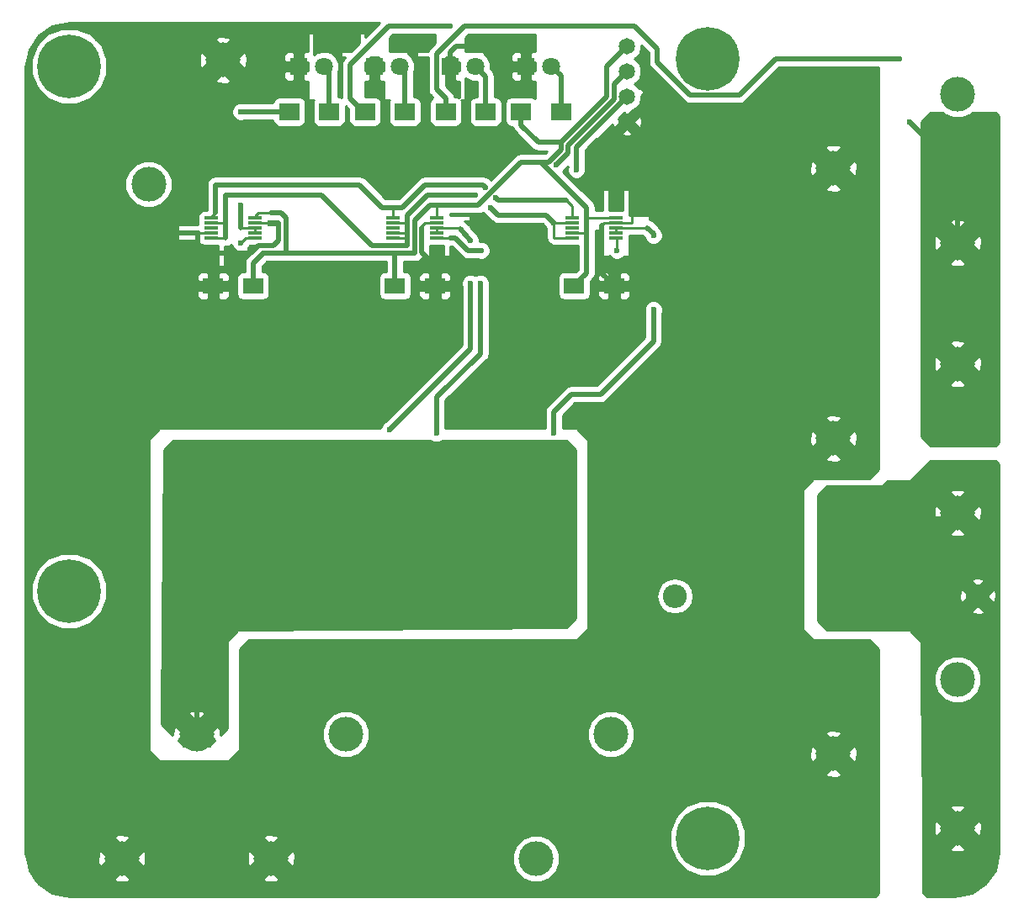
<source format=gbr>
G04 #@! TF.FileFunction,Copper,L2,Bot,Signal*
%FSLAX46Y46*%
G04 Gerber Fmt 4.6, Leading zero omitted, Abs format (unit mm)*
G04 Created by KiCad (PCBNEW 4.0.7) date 01/22/18 20:26:34*
%MOMM*%
%LPD*%
G01*
G04 APERTURE LIST*
%ADD10C,0.100000*%
%ADD11C,3.500000*%
%ADD12R,1.800000X1.800000*%
%ADD13C,1.800000*%
%ADD14C,6.400000*%
%ADD15C,0.800000*%
%ADD16C,2.400000*%
%ADD17O,2.400000X2.400000*%
%ADD18R,2.000000X1.600000*%
%ADD19C,1.651000*%
%ADD20R,2.000000X1.700000*%
%ADD21R,1.400000X0.300000*%
%ADD22C,0.600000*%
%ADD23C,0.508000*%
%ADD24C,0.254000*%
G04 APERTURE END LIST*
D10*
D11*
X112268000Y-53214800D03*
X104768000Y-65714800D03*
D12*
X135128000Y-53848000D03*
D13*
X137668000Y-53848000D03*
D14*
X161036000Y-53086000D03*
D15*
X163436000Y-53086000D03*
X162733056Y-54783056D03*
X161036000Y-55486000D03*
X159338944Y-54783056D03*
X158636000Y-53086000D03*
X159338944Y-51388944D03*
X161036000Y-50686000D03*
X162733056Y-51388944D03*
D14*
X96774000Y-106680000D03*
D15*
X99174000Y-106680000D03*
X98471056Y-108377056D03*
X96774000Y-109080000D03*
X95076944Y-108377056D03*
X94374000Y-106680000D03*
X95076944Y-104982944D03*
X96774000Y-104280000D03*
X98471056Y-104982944D03*
D14*
X161036000Y-131572000D03*
D15*
X163436000Y-131572000D03*
X162733056Y-133269056D03*
X161036000Y-133972000D03*
X159338944Y-133269056D03*
X158636000Y-131572000D03*
X159338944Y-129874944D03*
X161036000Y-129172000D03*
X162733056Y-129874944D03*
D11*
X186182000Y-98820000D03*
X173682000Y-91320000D03*
X186182000Y-83820000D03*
D16*
X188214000Y-107188000D03*
D17*
X157734000Y-107188000D03*
D18*
X147606000Y-75946000D03*
X151606000Y-75946000D03*
X115284000Y-75946000D03*
X111284000Y-75946000D03*
X129572000Y-75946000D03*
X133572000Y-75946000D03*
D12*
X142748000Y-53848000D03*
D13*
X145288000Y-53848000D03*
D12*
X119888000Y-53848000D03*
D13*
X122428000Y-53848000D03*
D12*
X127508000Y-53848000D03*
D13*
X130048000Y-53848000D03*
D11*
X102094000Y-133604000D03*
X109594000Y-121104000D03*
X117094000Y-133604000D03*
X124594000Y-121104000D03*
X186182000Y-71628000D03*
X173682000Y-64128000D03*
X186182000Y-56628000D03*
D19*
X152908000Y-59436000D03*
X152908000Y-56896000D03*
X152908000Y-54356000D03*
X152908000Y-51816000D03*
D11*
X143764000Y-133604000D03*
X151264000Y-121104000D03*
X186182000Y-130570000D03*
X173682000Y-123070000D03*
X186182000Y-115570000D03*
D20*
X142272000Y-58420000D03*
X146272000Y-58420000D03*
X118936000Y-58420000D03*
X122936000Y-58420000D03*
X126556000Y-58420000D03*
X130556000Y-58420000D03*
X134684000Y-58420000D03*
X138684000Y-58420000D03*
D14*
X96774000Y-53848000D03*
D15*
X99174000Y-53848000D03*
X98471056Y-55545056D03*
X96774000Y-56248000D03*
X95076944Y-55545056D03*
X94374000Y-53848000D03*
X95076944Y-52150944D03*
X96774000Y-51448000D03*
X98471056Y-52150944D03*
D21*
X129372000Y-71104000D03*
X129372000Y-70604000D03*
X129372000Y-70104000D03*
X129372000Y-69604000D03*
X129372000Y-69104000D03*
X133772000Y-69104000D03*
X133772000Y-69604000D03*
X133772000Y-70104000D03*
X133772000Y-70604000D03*
X133772000Y-71104000D03*
X147406000Y-71104000D03*
X147406000Y-70604000D03*
X147406000Y-70104000D03*
X147406000Y-69604000D03*
X147406000Y-69104000D03*
X151806000Y-69104000D03*
X151806000Y-69604000D03*
X151806000Y-70104000D03*
X151806000Y-70604000D03*
X151806000Y-71104000D03*
X111084000Y-71104000D03*
X111084000Y-70604000D03*
X111084000Y-70104000D03*
X111084000Y-69604000D03*
X111084000Y-69104000D03*
X115484000Y-69104000D03*
X115484000Y-69604000D03*
X115484000Y-70104000D03*
X115484000Y-70604000D03*
X115484000Y-71104000D03*
D22*
X114046000Y-71628000D03*
X145542000Y-90805000D03*
X155575000Y-78359000D03*
X155575000Y-70866000D03*
X146812000Y-100584000D03*
X145542000Y-100584000D03*
X144272000Y-100584000D03*
X143002000Y-100584000D03*
X143002000Y-99314000D03*
X144272000Y-99314000D03*
X145542000Y-99314000D03*
X146812000Y-99314000D03*
X146812000Y-98044000D03*
X145542000Y-98044000D03*
X144272000Y-98044000D03*
X143002000Y-98044000D03*
X143002000Y-96520000D03*
X144272000Y-96520000D03*
X145542000Y-96520000D03*
X146812000Y-96520000D03*
X146812000Y-94996000D03*
X145542000Y-94996000D03*
X144272000Y-94996000D03*
X143002000Y-94996000D03*
X143002000Y-93726000D03*
X144272000Y-93726000D03*
X145542000Y-93726000D03*
X146812000Y-93726000D03*
X146812000Y-92456000D03*
X145542000Y-92456000D03*
X144272000Y-92456000D03*
X143002000Y-92456000D03*
X129032000Y-90424000D03*
X137160000Y-75692000D03*
X137160000Y-71374000D03*
X181356000Y-59436000D03*
X135128000Y-49784000D03*
X180340000Y-53086000D03*
X137668000Y-66802000D03*
X139192000Y-68072000D03*
X145542000Y-69596000D03*
X147828000Y-64262000D03*
X139725159Y-67081159D03*
X138658841Y-66014841D03*
X145821159Y-63779159D03*
X144526000Y-67310000D03*
X138176000Y-75692000D03*
X133731000Y-90805000D03*
X138252006Y-72390000D03*
X151892000Y-72390000D03*
X114046000Y-67818000D03*
X114046000Y-58420000D03*
X172720000Y-109728000D03*
X172720000Y-108204000D03*
X172720000Y-106680000D03*
X172720000Y-105156000D03*
X172720000Y-103632000D03*
X172720000Y-102108000D03*
X172720000Y-100584000D03*
X172720000Y-99060000D03*
X172720000Y-97536000D03*
X174244000Y-97536000D03*
X174244000Y-99060000D03*
X174244000Y-100584000D03*
X174244000Y-102108000D03*
X174244000Y-103632000D03*
X174244000Y-105156000D03*
X174244000Y-106680000D03*
X174244000Y-108204000D03*
X174244000Y-109728000D03*
X175768000Y-109728000D03*
X175768000Y-108204000D03*
X175768000Y-106680000D03*
X175768000Y-105156000D03*
X175768000Y-103632000D03*
X175768000Y-102108000D03*
X175768000Y-100584000D03*
X175768000Y-99060000D03*
X175768000Y-97536000D03*
X177292000Y-97536000D03*
X177292000Y-99060000D03*
X177292000Y-100584000D03*
X177292000Y-102108000D03*
X177292000Y-103632000D03*
X177292000Y-105156000D03*
X177292000Y-106680000D03*
X177292000Y-108204000D03*
X177292000Y-109728000D03*
X178816000Y-109728000D03*
X178816000Y-108204000D03*
X178816000Y-106680000D03*
X178816000Y-105156000D03*
X178816000Y-103632000D03*
X178816000Y-102108000D03*
X178816000Y-100584000D03*
X178816000Y-99060000D03*
X178816000Y-97536000D03*
D23*
X116332000Y-72644000D02*
X115316000Y-73660000D01*
X115316000Y-73660000D02*
X115316000Y-75914000D01*
X115316000Y-75914000D02*
X115284000Y-75946000D01*
D24*
X115484000Y-69104000D02*
X115484000Y-68920000D01*
D23*
X118618000Y-69088000D02*
X118110000Y-68580000D01*
X118110000Y-68580000D02*
X117094000Y-68580000D01*
X118618000Y-69088000D02*
X118618000Y-72644000D01*
D24*
X115824000Y-68580000D02*
X117094000Y-68580000D01*
X115484000Y-68920000D02*
X115824000Y-68580000D01*
X133772000Y-69104000D02*
X133772000Y-67818000D01*
X133772000Y-67818000D02*
X133858000Y-67818000D01*
D23*
X126238000Y-72644000D02*
X118618000Y-72644000D01*
X118618000Y-72644000D02*
X116332000Y-72644000D01*
X126746000Y-72644000D02*
X126238000Y-72644000D01*
X116268000Y-72644000D02*
X116332000Y-72644000D01*
X129540000Y-72644000D02*
X126746000Y-72644000D01*
X130302000Y-72644000D02*
X129540000Y-72644000D01*
X129572000Y-75946000D02*
X129572000Y-73374000D01*
X131572000Y-72136000D02*
X131572000Y-69342000D01*
X131572000Y-72136000D02*
X131572000Y-72644000D01*
X131572000Y-72644000D02*
X130302000Y-72644000D01*
X129572000Y-72676000D02*
X129572000Y-73374000D01*
X129540000Y-72644000D02*
X129572000Y-72676000D01*
D24*
X131572000Y-69358000D02*
X131588000Y-69342000D01*
D23*
X134112000Y-67818000D02*
X133858000Y-67818000D01*
X133858000Y-67818000D02*
X133096000Y-67818000D01*
X138430000Y-67310000D02*
X137922000Y-67818000D01*
X137922000Y-67818000D02*
X134112000Y-67818000D01*
X144272000Y-63500000D02*
X142240000Y-63500000D01*
X142240000Y-63500000D02*
X138430000Y-67310000D01*
X131572000Y-69342000D02*
X131572000Y-69342000D01*
X133096000Y-67818000D02*
X131572000Y-69342000D01*
X148336000Y-67564000D02*
X148844000Y-68072000D01*
X144272000Y-63500000D02*
X148336000Y-67564000D01*
X148844000Y-69104000D02*
X148836000Y-69104000D01*
X148844000Y-68072000D02*
X148844000Y-69104000D01*
D24*
X151806000Y-69104000D02*
X148836000Y-69104000D01*
X148844000Y-69088000D02*
X148836000Y-69088000D01*
D23*
X148836000Y-70612000D02*
X148836000Y-69088000D01*
D24*
X148836000Y-69104000D02*
X148844000Y-69096000D01*
X148844000Y-69096000D02*
X148844000Y-69088000D01*
D23*
X147606000Y-75946000D02*
X147606000Y-75914000D01*
X147606000Y-75914000D02*
X148836000Y-74684000D01*
X148836000Y-74684000D02*
X148836000Y-70612000D01*
X148836000Y-70612000D02*
X148836000Y-70604000D01*
D24*
X147406000Y-70604000D02*
X148836000Y-70604000D01*
X148836000Y-70604000D02*
X148844000Y-70596000D01*
D23*
X142272000Y-58420000D02*
X142272000Y-59778000D01*
X142272000Y-59778000D02*
X143991447Y-61497447D01*
X143991447Y-61497447D02*
X146304000Y-61497447D01*
X150876000Y-56925447D02*
X150876000Y-53848000D01*
X150876000Y-53848000D02*
X152908000Y-51816000D01*
X146304000Y-62230000D02*
X146304000Y-61497447D01*
X146304000Y-61497447D02*
X150876000Y-56925447D01*
X145034000Y-63500000D02*
X144272000Y-63500000D01*
X146304000Y-62230000D02*
X145034000Y-63500000D01*
X109728000Y-72644000D02*
X109728000Y-70612000D01*
D24*
X111084000Y-70604000D02*
X109736000Y-70604000D01*
X109728000Y-70612000D02*
X109736000Y-70604000D01*
D23*
X109728000Y-72644000D02*
X111252000Y-72644000D01*
X111284000Y-75946000D02*
X111284000Y-72644000D01*
X111284000Y-72644000D02*
X111252000Y-72644000D01*
X112268000Y-72644000D02*
X111252000Y-72644000D01*
D24*
X117086000Y-69604000D02*
X117094000Y-69596000D01*
D23*
X114554000Y-72644000D02*
X115062000Y-72644000D01*
X114554000Y-72644000D02*
X112268000Y-72644000D01*
X117856000Y-69596000D02*
X117094000Y-69596000D01*
X117856000Y-71374000D02*
X117856000Y-69596000D01*
X117348000Y-71882000D02*
X117856000Y-71374000D01*
X115824000Y-71882000D02*
X117348000Y-71882000D01*
X115062000Y-72644000D02*
X115824000Y-71882000D01*
D24*
X115484000Y-69604000D02*
X117086000Y-69604000D01*
X153408000Y-69604000D02*
X153408000Y-68080000D01*
X151806000Y-69604000D02*
X153408000Y-69604000D01*
X153408000Y-68080000D02*
X153416000Y-68072000D01*
X151806000Y-69604000D02*
X150630000Y-69604000D01*
D23*
X150368000Y-74676000D02*
X150368000Y-69850000D01*
X150368000Y-74676000D02*
X151606000Y-75914000D01*
D24*
X150368000Y-69866000D02*
X150368000Y-69850000D01*
X150630000Y-69604000D02*
X150368000Y-69866000D01*
D23*
X151606000Y-75946000D02*
X151606000Y-75914000D01*
D24*
X133772000Y-69604000D02*
X132596000Y-69604000D01*
D23*
X133572000Y-73882000D02*
X132280002Y-72590002D01*
X132280002Y-72590002D02*
X132280002Y-70104000D01*
X133572000Y-73882000D02*
X133572000Y-75946000D01*
D24*
X132280002Y-69919998D02*
X132280002Y-70104000D01*
X132596000Y-69604000D02*
X132280002Y-69919998D01*
D23*
X143372000Y-51816000D02*
X135752000Y-51816000D01*
X135752000Y-51816000D02*
X135128000Y-52440000D01*
X135128000Y-52440000D02*
X135128000Y-53848000D01*
X142748000Y-53848000D02*
X142748000Y-52440000D01*
X142748000Y-52440000D02*
X143372000Y-51816000D01*
X133372000Y-75946000D02*
X133572000Y-75946000D01*
X146272000Y-54832000D02*
X145288000Y-53848000D01*
X146272000Y-58420000D02*
X146272000Y-54832000D01*
X122936000Y-58420000D02*
X122936000Y-54356000D01*
X122936000Y-54356000D02*
X122428000Y-53848000D01*
X130556000Y-58420000D02*
X130556000Y-54356000D01*
X130556000Y-54356000D02*
X130048000Y-53848000D01*
X138684000Y-58420000D02*
X138684000Y-54864000D01*
X138684000Y-54864000D02*
X137668000Y-53848000D01*
D24*
X115484000Y-71104000D02*
X114570000Y-71104000D01*
X114570000Y-71104000D02*
X114046000Y-71628000D01*
X151806000Y-70604000D02*
X151806000Y-70104000D01*
X151806000Y-70104000D02*
X154940000Y-70104000D01*
D23*
X155575000Y-70739000D02*
X154940000Y-70104000D01*
X147320000Y-86868000D02*
X145542000Y-88646000D01*
X145542000Y-88646000D02*
X145542000Y-90805000D01*
X150241000Y-86868000D02*
X147320000Y-86868000D01*
X155575000Y-81534000D02*
X150241000Y-86868000D01*
X155575000Y-78359000D02*
X155575000Y-81534000D01*
X155575000Y-70866000D02*
X155575000Y-70739000D01*
X146812000Y-100584000D02*
X146387736Y-100584000D01*
X144272000Y-100584000D02*
X145542000Y-100584000D01*
X143002000Y-99314000D02*
X143002000Y-100584000D01*
X145542000Y-99314000D02*
X144272000Y-99314000D01*
X146812000Y-98044000D02*
X146812000Y-99314000D01*
X144272000Y-98044000D02*
X145542000Y-98044000D01*
X143002000Y-96520000D02*
X143002000Y-98044000D01*
X145542000Y-96520000D02*
X144272000Y-96520000D01*
X146812000Y-94996000D02*
X146812000Y-96520000D01*
X144272000Y-94996000D02*
X145542000Y-94996000D01*
X143002000Y-93726000D02*
X143002000Y-94996000D01*
X145542000Y-93726000D02*
X144272000Y-93726000D01*
X146812000Y-92456000D02*
X146812000Y-93726000D01*
X144272000Y-92456000D02*
X145542000Y-92456000D01*
X109594000Y-92590000D02*
X109728000Y-92456000D01*
X109728000Y-92456000D02*
X143002000Y-92456000D01*
X109594000Y-119834000D02*
X109594000Y-92590000D01*
D24*
X133772000Y-70104000D02*
X136017000Y-70104000D01*
D23*
X136144000Y-70231000D02*
X137160000Y-71374000D01*
X137160000Y-82296000D02*
X129032000Y-90424000D01*
X137160000Y-75692000D02*
X137160000Y-82296000D01*
D24*
X136017000Y-70104000D02*
X136144000Y-70231000D01*
X133772000Y-70104000D02*
X133772000Y-70604000D01*
D23*
X181356000Y-59436000D02*
X186182000Y-64262000D01*
X186182000Y-64262000D02*
X186182000Y-71628000D01*
X184912000Y-69850000D02*
X186690000Y-71628000D01*
X126556000Y-58420000D02*
X126406000Y-58420000D01*
X126406000Y-58420000D02*
X125048000Y-57062000D01*
X125048000Y-57062000D02*
X125048000Y-53690798D01*
X125048000Y-53690798D02*
X128954798Y-49784000D01*
X128954798Y-49784000D02*
X135128000Y-49784000D01*
X134684000Y-58420000D02*
X134684000Y-57062000D01*
X159282079Y-56740001D02*
X164239999Y-56740001D01*
X134684000Y-57062000D02*
X133773999Y-56151999D01*
X133773999Y-56151999D02*
X133773999Y-52584799D01*
X133773999Y-52584799D02*
X136574798Y-49784000D01*
X136574798Y-49784000D02*
X153670000Y-49784000D01*
X153670000Y-49784000D02*
X155956000Y-52070000D01*
X167894000Y-53086000D02*
X180340000Y-53086000D01*
X155956000Y-52070000D02*
X155956000Y-53413922D01*
X155956000Y-53413922D02*
X159282079Y-56740001D01*
X164239999Y-56740001D02*
X167894000Y-53086000D01*
D24*
X111084000Y-71104000D02*
X112514000Y-71104000D01*
X112514000Y-71104000D02*
X112514000Y-71112000D01*
D23*
X112514000Y-69604000D02*
X112514000Y-71112000D01*
X112514000Y-71112000D02*
X112522000Y-71120000D01*
D24*
X111084000Y-69604000D02*
X112514000Y-69604000D01*
X112514000Y-69604000D02*
X112522000Y-69596000D01*
D23*
X112522000Y-69596000D02*
X112522000Y-68072000D01*
D24*
X112522000Y-69580000D02*
X112522000Y-69596000D01*
X112522000Y-68080000D02*
X112522000Y-68072000D01*
D23*
X130810000Y-71882000D02*
X127254000Y-71882000D01*
X127254000Y-71882000D02*
X122174000Y-66802000D01*
X122174000Y-66802000D02*
X112522000Y-66802000D01*
X112522000Y-66802000D02*
X112522000Y-68072000D01*
X130810000Y-71882000D02*
X130810739Y-71119754D01*
D24*
X129372000Y-70604000D02*
X130810000Y-70604000D01*
X130810000Y-70612000D02*
X130810000Y-70612000D01*
X130802000Y-70612000D02*
X130810000Y-70612000D01*
X130810000Y-70604000D02*
X130802000Y-70612000D01*
X129372000Y-71104000D02*
X130810739Y-71119754D01*
D23*
X130810739Y-71135754D02*
X130810000Y-70612000D01*
X130810000Y-70612000D02*
X130810000Y-69596000D01*
D24*
X130810739Y-71119754D02*
X130810739Y-71135754D01*
X129380000Y-69596000D02*
X130810000Y-69596000D01*
D23*
X132842000Y-66802000D02*
X130810000Y-68834000D01*
X130810000Y-68834000D02*
X130810000Y-69596000D01*
X139954000Y-68834000D02*
X139192000Y-68072000D01*
X144780000Y-68834000D02*
X143510000Y-68834000D01*
X144780000Y-68834000D02*
X145542000Y-69596000D01*
X139954000Y-68834000D02*
X143510000Y-68834000D01*
X137668000Y-66802000D02*
X135128000Y-66802000D01*
X135128000Y-66802000D02*
X132842000Y-66802000D01*
D24*
X129380000Y-69596000D02*
X129372000Y-69604000D01*
X147406000Y-71104000D02*
X145558000Y-71104000D01*
X145558000Y-71104000D02*
X145542000Y-71088000D01*
X145542000Y-71088000D02*
X145542000Y-69596000D01*
X145542000Y-69596000D02*
X147398000Y-69596000D01*
X147398000Y-69596000D02*
X147406000Y-69604000D01*
D23*
X147828000Y-64262000D02*
X147828000Y-61976000D01*
X152908000Y-56896000D02*
X147828000Y-61976000D01*
D24*
X111084000Y-69104000D02*
X111084000Y-69002000D01*
X111084000Y-69002000D02*
X111506000Y-68580000D01*
D23*
X111506000Y-68580000D02*
X111506000Y-65786000D01*
X128778000Y-68072000D02*
X128270000Y-68072000D01*
X128778000Y-68072000D02*
X129540000Y-68072000D01*
X125984000Y-65786000D02*
X111506000Y-65786000D01*
X128270000Y-68072000D02*
X125984000Y-65786000D01*
D24*
X129372000Y-69104000D02*
X129372000Y-68072000D01*
X129372000Y-68072000D02*
X129540000Y-68072000D01*
D23*
X138658841Y-66014841D02*
X138430000Y-65786000D01*
X139928841Y-67284841D02*
X139725159Y-67081159D01*
X130302000Y-68072000D02*
X129540000Y-68072000D01*
X132588000Y-65786000D02*
X130302000Y-68072000D01*
X138430000Y-65786000D02*
X132588000Y-65786000D01*
X147012010Y-62588308D02*
X147012010Y-61790714D01*
X147012010Y-61790714D02*
X151628499Y-57174225D01*
X152908000Y-54356000D02*
X152082501Y-55181499D01*
X151628499Y-57174225D02*
X151628499Y-55635501D01*
X151628499Y-55635501D02*
X152082501Y-55181499D01*
X145821159Y-63779159D02*
X147012010Y-62588308D01*
X144526000Y-67310000D02*
X144526000Y-67284841D01*
X144526000Y-67284841D02*
X144526000Y-67310000D01*
X144526000Y-67310000D02*
X144526000Y-67284841D01*
X139954000Y-67284841D02*
X139928841Y-67284841D01*
X145821159Y-67284841D02*
X144526000Y-67284841D01*
X144526000Y-67284841D02*
X139954000Y-67284841D01*
X139954000Y-67284841D02*
X139928841Y-67284841D01*
X145821159Y-67284841D02*
X146786841Y-67284841D01*
D24*
X147406000Y-67904000D02*
X147406000Y-69104000D01*
X146786841Y-67284841D02*
X147406000Y-67904000D01*
D23*
X133731000Y-90805000D02*
X133731000Y-87107276D01*
X133731000Y-87107276D02*
X138176000Y-82804000D01*
X138176000Y-82804000D02*
X138176000Y-75692000D01*
X135112000Y-71104000D02*
X135620000Y-71104000D01*
X136906000Y-72390000D02*
X138252006Y-72390000D01*
X135620000Y-71104000D02*
X136906000Y-72390000D01*
D24*
X133772000Y-71104000D02*
X135112000Y-71104000D01*
X135112000Y-71104000D02*
X135128000Y-71120000D01*
X151892000Y-72390000D02*
X151892000Y-71190000D01*
X151892000Y-71190000D02*
X151806000Y-71104000D01*
X115484000Y-70104000D02*
X114046000Y-70104000D01*
D23*
X114046000Y-70104000D02*
X114046000Y-67818000D01*
D24*
X115484000Y-70104000D02*
X115484000Y-70604000D01*
D23*
X114046000Y-58420000D02*
X118936000Y-58420000D01*
X172720000Y-108204000D02*
X172720000Y-109728000D01*
X172720000Y-105156000D02*
X172720000Y-106680000D01*
X172720000Y-102108000D02*
X172720000Y-103632000D01*
X172720000Y-99060000D02*
X172720000Y-100584000D01*
X174244000Y-97536000D02*
X172720000Y-97536000D01*
X174244000Y-100584000D02*
X174244000Y-99060000D01*
X174244000Y-103632000D02*
X174244000Y-102108000D01*
X174244000Y-106680000D02*
X174244000Y-105156000D01*
X174244000Y-109728000D02*
X174244000Y-108204000D01*
X175768000Y-108204000D02*
X175768000Y-109728000D01*
X175768000Y-105156000D02*
X175768000Y-106680000D01*
X175768000Y-102108000D02*
X175768000Y-103632000D01*
X175768000Y-99060000D02*
X175768000Y-100584000D01*
X177292000Y-97536000D02*
X175768000Y-97536000D01*
X177292000Y-100584000D02*
X177292000Y-99060000D01*
X177292000Y-103632000D02*
X177292000Y-102108000D01*
X177292000Y-106680000D02*
X177292000Y-105156000D01*
X177292000Y-109728000D02*
X177292000Y-108204000D01*
X178816000Y-108204000D02*
X178816000Y-109728000D01*
X178816000Y-105156000D02*
X178816000Y-106680000D01*
X178816000Y-102108000D02*
X178816000Y-103632000D01*
X178816000Y-99060000D02*
X178816000Y-100584000D01*
X187120000Y-99382000D02*
X180662000Y-99382000D01*
X180662000Y-99382000D02*
X178816000Y-97536000D01*
D24*
G36*
X184829242Y-58648726D02*
X185705513Y-59012585D01*
X186654325Y-59013413D01*
X187531229Y-58651084D01*
X187635495Y-58547000D01*
X189955394Y-58547000D01*
X190298000Y-58889606D01*
X190298000Y-91732394D01*
X189955394Y-92075000D01*
X183424606Y-92075000D01*
X182499000Y-91149394D01*
X182499000Y-85922091D01*
X185317346Y-85922091D01*
X185556295Y-86169847D01*
X186503172Y-86230422D01*
X186807705Y-86169847D01*
X187046654Y-85922091D01*
X186182000Y-85057437D01*
X185317346Y-85922091D01*
X182499000Y-85922091D01*
X182499000Y-84141172D01*
X183771578Y-84141172D01*
X183832153Y-84445705D01*
X184079909Y-84684654D01*
X184944563Y-83820000D01*
X187419437Y-83820000D01*
X188284091Y-84684654D01*
X188531847Y-84445705D01*
X188592422Y-83498828D01*
X188531847Y-83194295D01*
X188284091Y-82955346D01*
X187419437Y-83820000D01*
X184944563Y-83820000D01*
X184079909Y-82955346D01*
X183832153Y-83194295D01*
X183771578Y-84141172D01*
X182499000Y-84141172D01*
X182499000Y-81717909D01*
X185317346Y-81717909D01*
X186182000Y-82582563D01*
X187046654Y-81717909D01*
X186807705Y-81470153D01*
X185860828Y-81409578D01*
X185556295Y-81470153D01*
X185317346Y-81717909D01*
X182499000Y-81717909D01*
X182499000Y-73730091D01*
X185317346Y-73730091D01*
X185556295Y-73977847D01*
X186503172Y-74038422D01*
X186807705Y-73977847D01*
X187046654Y-73730091D01*
X186182000Y-72865437D01*
X185317346Y-73730091D01*
X182499000Y-73730091D01*
X182499000Y-71949172D01*
X183771578Y-71949172D01*
X183832153Y-72253705D01*
X184079909Y-72492654D01*
X184944563Y-71628000D01*
X187419437Y-71628000D01*
X188284091Y-72492654D01*
X188531847Y-72253705D01*
X188592422Y-71306828D01*
X188531847Y-71002295D01*
X188284091Y-70763346D01*
X187419437Y-71628000D01*
X184944563Y-71628000D01*
X184079909Y-70763346D01*
X183832153Y-71002295D01*
X183771578Y-71949172D01*
X182499000Y-71949172D01*
X182499000Y-69525909D01*
X185317346Y-69525909D01*
X186182000Y-70390563D01*
X187046654Y-69525909D01*
X186807705Y-69278153D01*
X185860828Y-69217578D01*
X185556295Y-69278153D01*
X185317346Y-69525909D01*
X182499000Y-69525909D01*
X182499000Y-59472606D01*
X183424606Y-58547000D01*
X184727693Y-58547000D01*
X184829242Y-58648726D01*
X184829242Y-58648726D01*
G37*
X184829242Y-58648726D02*
X185705513Y-59012585D01*
X186654325Y-59013413D01*
X187531229Y-58651084D01*
X187635495Y-58547000D01*
X189955394Y-58547000D01*
X190298000Y-58889606D01*
X190298000Y-91732394D01*
X189955394Y-92075000D01*
X183424606Y-92075000D01*
X182499000Y-91149394D01*
X182499000Y-85922091D01*
X185317346Y-85922091D01*
X185556295Y-86169847D01*
X186503172Y-86230422D01*
X186807705Y-86169847D01*
X187046654Y-85922091D01*
X186182000Y-85057437D01*
X185317346Y-85922091D01*
X182499000Y-85922091D01*
X182499000Y-84141172D01*
X183771578Y-84141172D01*
X183832153Y-84445705D01*
X184079909Y-84684654D01*
X184944563Y-83820000D01*
X187419437Y-83820000D01*
X188284091Y-84684654D01*
X188531847Y-84445705D01*
X188592422Y-83498828D01*
X188531847Y-83194295D01*
X188284091Y-82955346D01*
X187419437Y-83820000D01*
X184944563Y-83820000D01*
X184079909Y-82955346D01*
X183832153Y-83194295D01*
X183771578Y-84141172D01*
X182499000Y-84141172D01*
X182499000Y-81717909D01*
X185317346Y-81717909D01*
X186182000Y-82582563D01*
X187046654Y-81717909D01*
X186807705Y-81470153D01*
X185860828Y-81409578D01*
X185556295Y-81470153D01*
X185317346Y-81717909D01*
X182499000Y-81717909D01*
X182499000Y-73730091D01*
X185317346Y-73730091D01*
X185556295Y-73977847D01*
X186503172Y-74038422D01*
X186807705Y-73977847D01*
X187046654Y-73730091D01*
X186182000Y-72865437D01*
X185317346Y-73730091D01*
X182499000Y-73730091D01*
X182499000Y-71949172D01*
X183771578Y-71949172D01*
X183832153Y-72253705D01*
X184079909Y-72492654D01*
X184944563Y-71628000D01*
X187419437Y-71628000D01*
X188284091Y-72492654D01*
X188531847Y-72253705D01*
X188592422Y-71306828D01*
X188531847Y-71002295D01*
X188284091Y-70763346D01*
X187419437Y-71628000D01*
X184944563Y-71628000D01*
X184079909Y-70763346D01*
X183832153Y-71002295D01*
X183771578Y-71949172D01*
X182499000Y-71949172D01*
X182499000Y-69525909D01*
X185317346Y-69525909D01*
X186182000Y-70390563D01*
X187046654Y-69525909D01*
X186807705Y-69278153D01*
X185860828Y-69217578D01*
X185556295Y-69278153D01*
X185317346Y-69525909D01*
X182499000Y-69525909D01*
X182499000Y-59472606D01*
X183424606Y-58547000D01*
X184727693Y-58547000D01*
X184829242Y-58648726D01*
G36*
X190298000Y-93941606D02*
X190298000Y-133026069D01*
X189952502Y-134763003D01*
X189008221Y-136176221D01*
X187595005Y-137120502D01*
X185858069Y-137466000D01*
X183089837Y-137466000D01*
X182743252Y-137122609D01*
X182702044Y-132672091D01*
X185317346Y-132672091D01*
X185556295Y-132919847D01*
X186503172Y-132980422D01*
X186807705Y-132919847D01*
X187046654Y-132672091D01*
X186182000Y-131807437D01*
X185317346Y-132672091D01*
X182702044Y-132672091D01*
X182685554Y-130891172D01*
X183771578Y-130891172D01*
X183832153Y-131195705D01*
X184079909Y-131434654D01*
X184944563Y-130570000D01*
X187419437Y-130570000D01*
X188284091Y-131434654D01*
X188531847Y-131195705D01*
X188592422Y-130248828D01*
X188531847Y-129944295D01*
X188284091Y-129705346D01*
X187419437Y-130570000D01*
X184944563Y-130570000D01*
X184079909Y-129705346D01*
X183832153Y-129944295D01*
X183771578Y-130891172D01*
X182685554Y-130891172D01*
X182663117Y-128467909D01*
X185317346Y-128467909D01*
X186182000Y-129332563D01*
X187046654Y-128467909D01*
X186807705Y-128220153D01*
X185860828Y-128159578D01*
X185556295Y-128220153D01*
X185317346Y-128467909D01*
X182663117Y-128467909D01*
X182548065Y-116042325D01*
X183796587Y-116042325D01*
X184158916Y-116919229D01*
X184829242Y-117590726D01*
X185705513Y-117954585D01*
X186654325Y-117955413D01*
X187531229Y-117593084D01*
X188202726Y-116922758D01*
X188566585Y-116046487D01*
X188567413Y-115097675D01*
X188205084Y-114220771D01*
X187534758Y-113549274D01*
X186658487Y-113185415D01*
X185709675Y-113184587D01*
X184832771Y-113546916D01*
X184161274Y-114217242D01*
X183797415Y-115093513D01*
X183796587Y-116042325D01*
X182548065Y-116042325D01*
X182508254Y-111742781D01*
X182497791Y-111693466D01*
X182470645Y-111653740D01*
X181461386Y-110653783D01*
X181419244Y-110626114D01*
X181372000Y-110617000D01*
X173010606Y-110617000D01*
X172085000Y-109691394D01*
X172085000Y-108746202D01*
X187504326Y-108746202D01*
X187657777Y-108974357D01*
X188383726Y-109051236D01*
X188770223Y-108974357D01*
X188923674Y-108746202D01*
X188214000Y-108036528D01*
X187504326Y-108746202D01*
X172085000Y-108746202D01*
X172085000Y-107357726D01*
X186350764Y-107357726D01*
X186427643Y-107744223D01*
X186655798Y-107897674D01*
X187365472Y-107188000D01*
X189062528Y-107188000D01*
X189772202Y-107897674D01*
X190000357Y-107744223D01*
X190077236Y-107018274D01*
X190000357Y-106631777D01*
X189772202Y-106478326D01*
X189062528Y-107188000D01*
X187365472Y-107188000D01*
X186655798Y-106478326D01*
X186427643Y-106631777D01*
X186350764Y-107357726D01*
X172085000Y-107357726D01*
X172085000Y-105629798D01*
X187504326Y-105629798D01*
X188214000Y-106339472D01*
X188923674Y-105629798D01*
X188770223Y-105401643D01*
X188044274Y-105324764D01*
X187657777Y-105401643D01*
X187504326Y-105629798D01*
X172085000Y-105629798D01*
X172085000Y-100922091D01*
X185317346Y-100922091D01*
X185556295Y-101169847D01*
X186503172Y-101230422D01*
X186807705Y-101169847D01*
X187046654Y-100922091D01*
X186182000Y-100057437D01*
X185317346Y-100922091D01*
X172085000Y-100922091D01*
X172085000Y-99141172D01*
X183771578Y-99141172D01*
X183832153Y-99445705D01*
X184079909Y-99684654D01*
X184944563Y-98820000D01*
X187419437Y-98820000D01*
X188284091Y-99684654D01*
X188531847Y-99445705D01*
X188592422Y-98498828D01*
X188531847Y-98194295D01*
X188284091Y-97955346D01*
X187419437Y-98820000D01*
X184944563Y-98820000D01*
X184079909Y-97955346D01*
X183832153Y-98194295D01*
X183771578Y-99141172D01*
X172085000Y-99141172D01*
X172085000Y-97064606D01*
X172431697Y-96717909D01*
X185317346Y-96717909D01*
X186182000Y-97582563D01*
X187046654Y-96717909D01*
X186807705Y-96470153D01*
X185860828Y-96409578D01*
X185556295Y-96470153D01*
X185317346Y-96717909D01*
X172431697Y-96717909D01*
X173010606Y-96139000D01*
X178562000Y-96139000D01*
X178611410Y-96128994D01*
X178651803Y-96101803D01*
X179122606Y-95631000D01*
X181372000Y-95631000D01*
X181421410Y-95620994D01*
X181461803Y-95593803D01*
X182461803Y-94593803D01*
X182489666Y-94551789D01*
X182493998Y-94529608D01*
X183424606Y-93599000D01*
X189955394Y-93599000D01*
X190298000Y-93941606D01*
X190298000Y-93941606D01*
G37*
X190298000Y-93941606D02*
X190298000Y-133026069D01*
X189952502Y-134763003D01*
X189008221Y-136176221D01*
X187595005Y-137120502D01*
X185858069Y-137466000D01*
X183089837Y-137466000D01*
X182743252Y-137122609D01*
X182702044Y-132672091D01*
X185317346Y-132672091D01*
X185556295Y-132919847D01*
X186503172Y-132980422D01*
X186807705Y-132919847D01*
X187046654Y-132672091D01*
X186182000Y-131807437D01*
X185317346Y-132672091D01*
X182702044Y-132672091D01*
X182685554Y-130891172D01*
X183771578Y-130891172D01*
X183832153Y-131195705D01*
X184079909Y-131434654D01*
X184944563Y-130570000D01*
X187419437Y-130570000D01*
X188284091Y-131434654D01*
X188531847Y-131195705D01*
X188592422Y-130248828D01*
X188531847Y-129944295D01*
X188284091Y-129705346D01*
X187419437Y-130570000D01*
X184944563Y-130570000D01*
X184079909Y-129705346D01*
X183832153Y-129944295D01*
X183771578Y-130891172D01*
X182685554Y-130891172D01*
X182663117Y-128467909D01*
X185317346Y-128467909D01*
X186182000Y-129332563D01*
X187046654Y-128467909D01*
X186807705Y-128220153D01*
X185860828Y-128159578D01*
X185556295Y-128220153D01*
X185317346Y-128467909D01*
X182663117Y-128467909D01*
X182548065Y-116042325D01*
X183796587Y-116042325D01*
X184158916Y-116919229D01*
X184829242Y-117590726D01*
X185705513Y-117954585D01*
X186654325Y-117955413D01*
X187531229Y-117593084D01*
X188202726Y-116922758D01*
X188566585Y-116046487D01*
X188567413Y-115097675D01*
X188205084Y-114220771D01*
X187534758Y-113549274D01*
X186658487Y-113185415D01*
X185709675Y-113184587D01*
X184832771Y-113546916D01*
X184161274Y-114217242D01*
X183797415Y-115093513D01*
X183796587Y-116042325D01*
X182548065Y-116042325D01*
X182508254Y-111742781D01*
X182497791Y-111693466D01*
X182470645Y-111653740D01*
X181461386Y-110653783D01*
X181419244Y-110626114D01*
X181372000Y-110617000D01*
X173010606Y-110617000D01*
X172085000Y-109691394D01*
X172085000Y-108746202D01*
X187504326Y-108746202D01*
X187657777Y-108974357D01*
X188383726Y-109051236D01*
X188770223Y-108974357D01*
X188923674Y-108746202D01*
X188214000Y-108036528D01*
X187504326Y-108746202D01*
X172085000Y-108746202D01*
X172085000Y-107357726D01*
X186350764Y-107357726D01*
X186427643Y-107744223D01*
X186655798Y-107897674D01*
X187365472Y-107188000D01*
X189062528Y-107188000D01*
X189772202Y-107897674D01*
X190000357Y-107744223D01*
X190077236Y-107018274D01*
X190000357Y-106631777D01*
X189772202Y-106478326D01*
X189062528Y-107188000D01*
X187365472Y-107188000D01*
X186655798Y-106478326D01*
X186427643Y-106631777D01*
X186350764Y-107357726D01*
X172085000Y-107357726D01*
X172085000Y-105629798D01*
X187504326Y-105629798D01*
X188214000Y-106339472D01*
X188923674Y-105629798D01*
X188770223Y-105401643D01*
X188044274Y-105324764D01*
X187657777Y-105401643D01*
X187504326Y-105629798D01*
X172085000Y-105629798D01*
X172085000Y-100922091D01*
X185317346Y-100922091D01*
X185556295Y-101169847D01*
X186503172Y-101230422D01*
X186807705Y-101169847D01*
X187046654Y-100922091D01*
X186182000Y-100057437D01*
X185317346Y-100922091D01*
X172085000Y-100922091D01*
X172085000Y-99141172D01*
X183771578Y-99141172D01*
X183832153Y-99445705D01*
X184079909Y-99684654D01*
X184944563Y-98820000D01*
X187419437Y-98820000D01*
X188284091Y-99684654D01*
X188531847Y-99445705D01*
X188592422Y-98498828D01*
X188531847Y-98194295D01*
X188284091Y-97955346D01*
X187419437Y-98820000D01*
X184944563Y-98820000D01*
X184079909Y-97955346D01*
X183832153Y-98194295D01*
X183771578Y-99141172D01*
X172085000Y-99141172D01*
X172085000Y-97064606D01*
X172431697Y-96717909D01*
X185317346Y-96717909D01*
X186182000Y-97582563D01*
X187046654Y-96717909D01*
X186807705Y-96470153D01*
X185860828Y-96409578D01*
X185556295Y-96470153D01*
X185317346Y-96717909D01*
X172431697Y-96717909D01*
X173010606Y-96139000D01*
X178562000Y-96139000D01*
X178611410Y-96128994D01*
X178651803Y-96101803D01*
X179122606Y-95631000D01*
X181372000Y-95631000D01*
X181421410Y-95620994D01*
X181461803Y-95593803D01*
X182461803Y-94593803D01*
X182489666Y-94551789D01*
X182493998Y-94529608D01*
X183424606Y-93599000D01*
X189955394Y-93599000D01*
X190298000Y-93941606D01*
G36*
X126608000Y-50873562D02*
X126608000Y-50474998D01*
X125973000Y-50474998D01*
X125973000Y-51508562D01*
X125168562Y-52313000D01*
X124134998Y-52313000D01*
X124134998Y-52948000D01*
X124533562Y-52948000D01*
X124419382Y-53062180D01*
X124226671Y-53350592D01*
X124159000Y-53690798D01*
X124159000Y-56967719D01*
X123936000Y-56922560D01*
X123825000Y-56922560D01*
X123825000Y-54486368D01*
X123962733Y-54154670D01*
X123963265Y-53544009D01*
X123730068Y-52979629D01*
X123298643Y-52547449D01*
X122734670Y-52313267D01*
X122124009Y-52312735D01*
X121559629Y-52545932D01*
X121423000Y-52682322D01*
X121423000Y-50474998D01*
X120788000Y-50474998D01*
X120788000Y-52313000D01*
X120496750Y-52313000D01*
X120338000Y-52471750D01*
X120338000Y-53398000D01*
X120788000Y-53398000D01*
X120788000Y-54298000D01*
X120338000Y-54298000D01*
X120338000Y-55224250D01*
X120496750Y-55383000D01*
X120788000Y-55383000D01*
X120788000Y-57221002D01*
X121405920Y-57221002D01*
X121339569Y-57318110D01*
X121288560Y-57570000D01*
X121288560Y-59270000D01*
X121332838Y-59505317D01*
X121471910Y-59721441D01*
X121684110Y-59866431D01*
X121936000Y-59917440D01*
X123936000Y-59917440D01*
X124171317Y-59873162D01*
X124387441Y-59734090D01*
X124532431Y-59521890D01*
X124583440Y-59270000D01*
X124583440Y-57854676D01*
X124908560Y-58179796D01*
X124908560Y-59270000D01*
X124952838Y-59505317D01*
X125091910Y-59721441D01*
X125304110Y-59866431D01*
X125556000Y-59917440D01*
X127556000Y-59917440D01*
X127791317Y-59873162D01*
X128007441Y-59734090D01*
X128152431Y-59521890D01*
X128203440Y-59270000D01*
X128203440Y-57570000D01*
X128159162Y-57334683D01*
X128020090Y-57118559D01*
X127807890Y-56973569D01*
X127556000Y-56922560D01*
X126608000Y-56922560D01*
X126608000Y-55383000D01*
X126899250Y-55383000D01*
X127058000Y-55224250D01*
X127058000Y-54298000D01*
X126608000Y-54298000D01*
X126608000Y-53398000D01*
X127058000Y-53398000D01*
X127058000Y-52948000D01*
X127958000Y-52948000D01*
X127958000Y-53398000D01*
X128408000Y-53398000D01*
X128408000Y-54298000D01*
X127958000Y-54298000D01*
X127958000Y-55224250D01*
X128116750Y-55383000D01*
X128408000Y-55383000D01*
X128408000Y-57221002D01*
X129025920Y-57221002D01*
X128959569Y-57318110D01*
X128908560Y-57570000D01*
X128908560Y-59270000D01*
X128952838Y-59505317D01*
X129091910Y-59721441D01*
X129304110Y-59866431D01*
X129556000Y-59917440D01*
X131556000Y-59917440D01*
X131791317Y-59873162D01*
X132007441Y-59734090D01*
X132152431Y-59521890D01*
X132203440Y-59270000D01*
X132203440Y-57570000D01*
X132159162Y-57334683D01*
X132020090Y-57118559D01*
X131807890Y-56973569D01*
X131556000Y-56922560D01*
X131445000Y-56922560D01*
X131445000Y-54486368D01*
X131582733Y-54154670D01*
X131583265Y-53544009D01*
X131350068Y-52979629D01*
X130918643Y-52547449D01*
X130881002Y-52531819D01*
X130881002Y-52313000D01*
X130048192Y-52313000D01*
X129744009Y-52312735D01*
X129743368Y-52313000D01*
X129043000Y-52313000D01*
X129043000Y-50953034D01*
X129323034Y-50673000D01*
X133593000Y-50673000D01*
X133593000Y-51508562D01*
X133145381Y-51956181D01*
X132952670Y-52244593D01*
X132939063Y-52313000D01*
X131754998Y-52313000D01*
X131754998Y-52948000D01*
X132884999Y-52948000D01*
X132884999Y-56151999D01*
X132952670Y-56492205D01*
X133106077Y-56721794D01*
X133145381Y-56780617D01*
X133377443Y-57012679D01*
X133232559Y-57105910D01*
X133087569Y-57318110D01*
X133036560Y-57570000D01*
X133036560Y-59270000D01*
X133080838Y-59505317D01*
X133219910Y-59721441D01*
X133432110Y-59866431D01*
X133684000Y-59917440D01*
X135684000Y-59917440D01*
X135919317Y-59873162D01*
X136135441Y-59734090D01*
X136280431Y-59521890D01*
X136331440Y-59270000D01*
X136331440Y-57570000D01*
X136287162Y-57334683D01*
X136214010Y-57221002D01*
X136663000Y-57221002D01*
X136663000Y-55013959D01*
X136797357Y-55148551D01*
X137361330Y-55382733D01*
X137795000Y-55383111D01*
X137795000Y-56922560D01*
X137684000Y-56922560D01*
X137448683Y-56966838D01*
X137232559Y-57105910D01*
X137087569Y-57318110D01*
X137036560Y-57570000D01*
X137036560Y-59270000D01*
X137080838Y-59505317D01*
X137219910Y-59721441D01*
X137432110Y-59866431D01*
X137684000Y-59917440D01*
X139684000Y-59917440D01*
X139919317Y-59873162D01*
X140135441Y-59734090D01*
X140280431Y-59521890D01*
X140331440Y-59270000D01*
X140331440Y-57570000D01*
X140287162Y-57334683D01*
X140148090Y-57118559D01*
X139935890Y-56973569D01*
X139684000Y-56922560D01*
X139573000Y-56922560D01*
X139573000Y-54864000D01*
X139505329Y-54523794D01*
X139460532Y-54456750D01*
X141213000Y-54456750D01*
X141213000Y-54874310D01*
X141309673Y-55107699D01*
X141488302Y-55286327D01*
X141721691Y-55383000D01*
X142139250Y-55383000D01*
X142298000Y-55224250D01*
X142298000Y-54298000D01*
X141371750Y-54298000D01*
X141213000Y-54456750D01*
X139460532Y-54456750D01*
X139312618Y-54235382D01*
X139202758Y-54125522D01*
X139203265Y-53544009D01*
X138970068Y-52979629D01*
X138812405Y-52821690D01*
X141213000Y-52821690D01*
X141213000Y-53239250D01*
X141371750Y-53398000D01*
X142298000Y-53398000D01*
X142298000Y-52471750D01*
X142139250Y-52313000D01*
X141721691Y-52313000D01*
X141488302Y-52409673D01*
X141309673Y-52588301D01*
X141213000Y-52821690D01*
X138812405Y-52821690D01*
X138538643Y-52547449D01*
X138501002Y-52531819D01*
X138501002Y-52313000D01*
X137668192Y-52313000D01*
X137364009Y-52312735D01*
X137363368Y-52313000D01*
X136663000Y-52313000D01*
X136663000Y-50953034D01*
X136943034Y-50673000D01*
X143648000Y-50673000D01*
X143648000Y-52313000D01*
X143356750Y-52313000D01*
X143198000Y-52471750D01*
X143198000Y-53398000D01*
X143648000Y-53398000D01*
X143648000Y-54298000D01*
X143198000Y-54298000D01*
X143198000Y-55224250D01*
X143356750Y-55383000D01*
X143648000Y-55383000D01*
X143648000Y-57058370D01*
X143523890Y-56973569D01*
X143272000Y-56922560D01*
X141272000Y-56922560D01*
X141036683Y-56966838D01*
X140820559Y-57105910D01*
X140675569Y-57318110D01*
X140624560Y-57570000D01*
X140624560Y-59270000D01*
X140668838Y-59505317D01*
X140807910Y-59721441D01*
X141020110Y-59866431D01*
X141272000Y-59917440D01*
X141410736Y-59917440D01*
X141450671Y-60118206D01*
X141643382Y-60406618D01*
X143362829Y-62126065D01*
X143651241Y-62318776D01*
X143991447Y-62386447D01*
X144890317Y-62386447D01*
X144665764Y-62611000D01*
X142240000Y-62611000D01*
X141899795Y-62678670D01*
X141611382Y-62871382D01*
X139224611Y-65258153D01*
X139189168Y-65222649D01*
X139077528Y-65176292D01*
X139058618Y-65157382D01*
X138942327Y-65079679D01*
X138770206Y-64964671D01*
X138430000Y-64897000D01*
X132588000Y-64897000D01*
X132247794Y-64964671D01*
X132075673Y-65079679D01*
X131959382Y-65157382D01*
X129933764Y-67183000D01*
X128638236Y-67183000D01*
X126612618Y-65157382D01*
X126496327Y-65079679D01*
X126324206Y-64964671D01*
X125984000Y-64897000D01*
X111506000Y-64897000D01*
X111165794Y-64964671D01*
X110877382Y-65157382D01*
X110684671Y-65445794D01*
X110617000Y-65786000D01*
X110617000Y-68306560D01*
X110384000Y-68306560D01*
X110148683Y-68350838D01*
X109932559Y-68489910D01*
X109787569Y-68702110D01*
X109736560Y-68954000D01*
X109736560Y-69254000D01*
X109756067Y-69357671D01*
X109736560Y-69454000D01*
X109736560Y-69754000D01*
X109748791Y-69819000D01*
X107710998Y-69819000D01*
X107710998Y-70454000D01*
X109774193Y-70454000D01*
X109780838Y-70489317D01*
X109854620Y-70603978D01*
X109787569Y-70702110D01*
X109777061Y-70754000D01*
X107710998Y-70754000D01*
X107710998Y-71389000D01*
X109761962Y-71389000D01*
X109780838Y-71489317D01*
X109919910Y-71705441D01*
X110132110Y-71850431D01*
X110384000Y-71901440D01*
X111784000Y-71901440D01*
X111784000Y-73977002D01*
X112419000Y-73977002D01*
X112419000Y-71988512D01*
X112522000Y-72009000D01*
X112862206Y-71941329D01*
X113110871Y-71775176D01*
X113110838Y-71813167D01*
X113252883Y-72156943D01*
X113515673Y-72420192D01*
X113859201Y-72562838D01*
X114149000Y-72563090D01*
X114149000Y-72977002D01*
X114741762Y-72977002D01*
X114687382Y-73031382D01*
X114494671Y-73319794D01*
X114427000Y-73660000D01*
X114427000Y-74498560D01*
X114284000Y-74498560D01*
X114048683Y-74542838D01*
X113832559Y-74681910D01*
X113687569Y-74894110D01*
X113636560Y-75146000D01*
X113636560Y-76746000D01*
X113680838Y-76981317D01*
X113819910Y-77197441D01*
X114032110Y-77342431D01*
X114284000Y-77393440D01*
X116284000Y-77393440D01*
X116519317Y-77349162D01*
X116735441Y-77210090D01*
X116880431Y-76997890D01*
X116931440Y-76746000D01*
X116931440Y-75146000D01*
X116887162Y-74910683D01*
X116748090Y-74694559D01*
X116535890Y-74549569D01*
X116284000Y-74498560D01*
X116205000Y-74498560D01*
X116205000Y-74028236D01*
X116700236Y-73533000D01*
X128683000Y-73533000D01*
X128683000Y-74498560D01*
X128572000Y-74498560D01*
X128336683Y-74542838D01*
X128120559Y-74681910D01*
X127975569Y-74894110D01*
X127924560Y-75146000D01*
X127924560Y-76746000D01*
X127968838Y-76981317D01*
X128107910Y-77197441D01*
X128320110Y-77342431D01*
X128572000Y-77393440D01*
X130572000Y-77393440D01*
X130807317Y-77349162D01*
X131023441Y-77210090D01*
X131168431Y-76997890D01*
X131219440Y-76746000D01*
X131219440Y-76504750D01*
X131937000Y-76504750D01*
X131937000Y-76872310D01*
X132033673Y-77105699D01*
X132212302Y-77284327D01*
X132445691Y-77381000D01*
X132913250Y-77381000D01*
X133072000Y-77222250D01*
X133072000Y-76346000D01*
X134072000Y-76346000D01*
X134072000Y-77222250D01*
X134230750Y-77381000D01*
X134698309Y-77381000D01*
X134931698Y-77284327D01*
X135110327Y-77105699D01*
X135207000Y-76872310D01*
X135207000Y-76504750D01*
X135048250Y-76346000D01*
X134072000Y-76346000D01*
X133072000Y-76346000D01*
X132095750Y-76346000D01*
X131937000Y-76504750D01*
X131219440Y-76504750D01*
X131219440Y-75146000D01*
X131195674Y-75019690D01*
X131937000Y-75019690D01*
X131937000Y-75387250D01*
X132095750Y-75546000D01*
X133072000Y-75546000D01*
X133072000Y-74669750D01*
X134072000Y-74669750D01*
X134072000Y-75546000D01*
X135048250Y-75546000D01*
X135207000Y-75387250D01*
X135207000Y-75019690D01*
X135110327Y-74786301D01*
X134931698Y-74607673D01*
X134698309Y-74511000D01*
X134230750Y-74511000D01*
X134072000Y-74669750D01*
X133072000Y-74669750D01*
X132913250Y-74511000D01*
X132445691Y-74511000D01*
X132212302Y-74607673D01*
X132033673Y-74786301D01*
X131937000Y-75019690D01*
X131195674Y-75019690D01*
X131175162Y-74910683D01*
X131036090Y-74694559D01*
X130823890Y-74549569D01*
X130572000Y-74498560D01*
X130461000Y-74498560D01*
X130461000Y-73533000D01*
X131572000Y-73533000D01*
X131912206Y-73465329D01*
X132200618Y-73272618D01*
X132393329Y-72984206D01*
X132437000Y-72764656D01*
X132437000Y-72977002D01*
X133072000Y-72977002D01*
X133072000Y-71901440D01*
X134472000Y-71901440D01*
X134472000Y-72977002D01*
X135107000Y-72977002D01*
X135107000Y-71992005D01*
X135112000Y-71993000D01*
X135251764Y-71993000D01*
X136277382Y-73018618D01*
X136565795Y-73211330D01*
X136906000Y-73279000D01*
X137954817Y-73279000D01*
X138065207Y-73324838D01*
X138437173Y-73325162D01*
X138780949Y-73183117D01*
X139044198Y-72920327D01*
X139186844Y-72576799D01*
X139187168Y-72204833D01*
X139045123Y-71861057D01*
X138782333Y-71597808D01*
X138438805Y-71455162D01*
X138094930Y-71454862D01*
X138095162Y-71188833D01*
X137953117Y-70845057D01*
X137690327Y-70581808D01*
X137618911Y-70552154D01*
X137145002Y-70019006D01*
X137145002Y-69754000D01*
X136909442Y-69754000D01*
X136808447Y-69640381D01*
X136562154Y-69454000D01*
X137145002Y-69454000D01*
X137145002Y-68819000D01*
X135107000Y-68819000D01*
X135107000Y-68707000D01*
X137922000Y-68707000D01*
X138262206Y-68639329D01*
X138381742Y-68559458D01*
X138398883Y-68600943D01*
X138661673Y-68864192D01*
X138773313Y-68910549D01*
X139325382Y-69462618D01*
X139613794Y-69655329D01*
X139954000Y-69723000D01*
X144411764Y-69723000D01*
X144703238Y-70014474D01*
X144748883Y-70124943D01*
X144780000Y-70156114D01*
X144780000Y-71088000D01*
X144838004Y-71379605D01*
X144964334Y-71568671D01*
X145003185Y-71626815D01*
X145019184Y-71642815D01*
X145187081Y-71755000D01*
X145266395Y-71807996D01*
X145558000Y-71866000D01*
X146530992Y-71866000D01*
X146706000Y-71901440D01*
X147947000Y-71901440D01*
X147947000Y-74315764D01*
X147764204Y-74498560D01*
X146606000Y-74498560D01*
X146370683Y-74542838D01*
X146154559Y-74681910D01*
X146009569Y-74894110D01*
X145958560Y-75146000D01*
X145958560Y-76746000D01*
X146002838Y-76981317D01*
X146141910Y-77197441D01*
X146354110Y-77342431D01*
X146606000Y-77393440D01*
X148606000Y-77393440D01*
X148841317Y-77349162D01*
X149057441Y-77210090D01*
X149202431Y-76997890D01*
X149253440Y-76746000D01*
X149253440Y-76504750D01*
X149971000Y-76504750D01*
X149971000Y-76872310D01*
X150067673Y-77105699D01*
X150246302Y-77284327D01*
X150479691Y-77381000D01*
X150947250Y-77381000D01*
X151106000Y-77222250D01*
X151106000Y-76346000D01*
X152106000Y-76346000D01*
X152106000Y-77222250D01*
X152264750Y-77381000D01*
X152732309Y-77381000D01*
X152965698Y-77284327D01*
X153144327Y-77105699D01*
X153241000Y-76872310D01*
X153241000Y-76504750D01*
X153082250Y-76346000D01*
X152106000Y-76346000D01*
X151106000Y-76346000D01*
X150129750Y-76346000D01*
X149971000Y-76504750D01*
X149253440Y-76504750D01*
X149253440Y-75523796D01*
X149464618Y-75312618D01*
X149657330Y-75024205D01*
X149658228Y-75019690D01*
X149971000Y-75019690D01*
X149971000Y-75387250D01*
X150129750Y-75546000D01*
X151106000Y-75546000D01*
X151106000Y-74669750D01*
X152106000Y-74669750D01*
X152106000Y-75546000D01*
X153082250Y-75546000D01*
X153241000Y-75387250D01*
X153241000Y-75019690D01*
X153144327Y-74786301D01*
X152965698Y-74607673D01*
X152732309Y-74511000D01*
X152264750Y-74511000D01*
X152106000Y-74669750D01*
X151106000Y-74669750D01*
X150947250Y-74511000D01*
X150479691Y-74511000D01*
X150246302Y-74607673D01*
X150067673Y-74786301D01*
X149971000Y-75019690D01*
X149658228Y-75019690D01*
X149725000Y-74684000D01*
X149725000Y-70389000D01*
X150471000Y-70389000D01*
X150471000Y-70392569D01*
X150458560Y-70454000D01*
X150458560Y-70754000D01*
X150471000Y-70820113D01*
X150471000Y-70892569D01*
X150458560Y-70954000D01*
X150458560Y-71254000D01*
X150471000Y-71320113D01*
X150471000Y-72977002D01*
X151106000Y-72977002D01*
X151106000Y-72926072D01*
X151361673Y-73182192D01*
X151705201Y-73324838D01*
X152077167Y-73325162D01*
X152420943Y-73183117D01*
X152627418Y-72977002D01*
X153141000Y-72977002D01*
X153141000Y-71315431D01*
X153153440Y-71254000D01*
X153153440Y-70954000D01*
X153141000Y-70887886D01*
X153141000Y-70866000D01*
X154444764Y-70866000D01*
X154646814Y-71068050D01*
X154781883Y-71394943D01*
X155044673Y-71658192D01*
X155388201Y-71800838D01*
X155760167Y-71801162D01*
X156103943Y-71659117D01*
X156367192Y-71396327D01*
X156509838Y-71052799D01*
X156510162Y-70680833D01*
X156398840Y-70411411D01*
X156396330Y-70398795D01*
X156389245Y-70388192D01*
X156368117Y-70337057D01*
X156328682Y-70297554D01*
X156203618Y-70110382D01*
X155568618Y-69475382D01*
X155280205Y-69282671D01*
X155179002Y-69262540D01*
X155179002Y-68819000D01*
X153141000Y-68819000D01*
X153141000Y-66230998D01*
X152506000Y-66230998D01*
X152506000Y-68306560D01*
X151106000Y-68306560D01*
X151106000Y-66230998D01*
X150471000Y-66230998D01*
X150471000Y-68342000D01*
X149733000Y-68342000D01*
X149733000Y-68072000D01*
X149665329Y-67731794D01*
X149472618Y-67443382D01*
X148259327Y-66230091D01*
X172817346Y-66230091D01*
X173056295Y-66477847D01*
X174003172Y-66538422D01*
X174307705Y-66477847D01*
X174546654Y-66230091D01*
X173682000Y-65365437D01*
X172817346Y-66230091D01*
X148259327Y-66230091D01*
X146475917Y-64446681D01*
X146613351Y-64309486D01*
X146659708Y-64197846D01*
X146939000Y-63918554D01*
X146939000Y-63964811D01*
X146893162Y-64075201D01*
X146892838Y-64447167D01*
X147034883Y-64790943D01*
X147297673Y-65054192D01*
X147641201Y-65196838D01*
X148013167Y-65197162D01*
X148356943Y-65055117D01*
X148620192Y-64792327D01*
X148762683Y-64449172D01*
X171271578Y-64449172D01*
X171332153Y-64753705D01*
X171579909Y-64992654D01*
X172444563Y-64128000D01*
X174919437Y-64128000D01*
X175784091Y-64992654D01*
X176031847Y-64753705D01*
X176092422Y-63806828D01*
X176031847Y-63502295D01*
X175784091Y-63263346D01*
X174919437Y-64128000D01*
X172444563Y-64128000D01*
X171579909Y-63263346D01*
X171332153Y-63502295D01*
X171271578Y-64449172D01*
X148762683Y-64449172D01*
X148762838Y-64448799D01*
X148763162Y-64076833D01*
X148717000Y-63965112D01*
X148717000Y-62344236D01*
X149035327Y-62025909D01*
X172817346Y-62025909D01*
X173682000Y-62890563D01*
X174546654Y-62025909D01*
X174307705Y-61778153D01*
X173360828Y-61717578D01*
X173056295Y-61778153D01*
X172817346Y-62025909D01*
X149035327Y-62025909D01*
X149881546Y-61179691D01*
X149939211Y-61237356D01*
X150554420Y-60622147D01*
X152305570Y-60622147D01*
X152400938Y-60836124D01*
X152975340Y-60923589D01*
X153415062Y-60836124D01*
X153510430Y-60622147D01*
X152908000Y-60019717D01*
X152305570Y-60622147D01*
X150554420Y-60622147D01*
X151462355Y-59714212D01*
X151507876Y-59943062D01*
X151721853Y-60038430D01*
X152324283Y-59436000D01*
X153491717Y-59436000D01*
X154094147Y-60038430D01*
X154308124Y-59943062D01*
X154395589Y-59368660D01*
X154308124Y-58928938D01*
X154094147Y-58833570D01*
X153491717Y-59436000D01*
X152324283Y-59436000D01*
X152032425Y-59144142D01*
X152616142Y-58560425D01*
X152908000Y-58852283D01*
X153510430Y-58249853D01*
X153501958Y-58230845D01*
X153734226Y-58134874D01*
X154145430Y-57724387D01*
X154368246Y-57187786D01*
X154368577Y-56807990D01*
X154709356Y-56467211D01*
X154241870Y-55999725D01*
X154154168Y-56087427D01*
X154146874Y-56069774D01*
X153736387Y-55658570D01*
X153658421Y-55626196D01*
X153734226Y-55594874D01*
X154145430Y-55184387D01*
X154368246Y-54647786D01*
X154368753Y-54066763D01*
X154146874Y-53529774D01*
X153736387Y-53118570D01*
X153658421Y-53086196D01*
X153734226Y-53054874D01*
X154145430Y-52644387D01*
X154368246Y-52107786D01*
X154368567Y-51739803D01*
X155067000Y-52438236D01*
X155067000Y-53413922D01*
X155134671Y-53754128D01*
X155282253Y-53975000D01*
X155327382Y-54042540D01*
X158653461Y-57368619D01*
X158941873Y-57561330D01*
X159282079Y-57629001D01*
X164239999Y-57629001D01*
X164580205Y-57561330D01*
X164868617Y-57368619D01*
X168262236Y-53975000D01*
X178181000Y-53975000D01*
X178181000Y-94451394D01*
X177255394Y-95377000D01*
X171688000Y-95377000D01*
X171638590Y-95387006D01*
X171598197Y-95414197D01*
X170598197Y-96414197D01*
X170570334Y-96456211D01*
X170561000Y-96504000D01*
X170561000Y-110506000D01*
X170571006Y-110555410D01*
X170598197Y-110595803D01*
X171598197Y-111595803D01*
X171640211Y-111623666D01*
X171688000Y-111633000D01*
X177255394Y-111633000D01*
X178181000Y-112558606D01*
X178181000Y-137123394D01*
X177838394Y-137466000D01*
X96843931Y-137466000D01*
X95106997Y-137120502D01*
X93693779Y-136176221D01*
X93379649Y-135706091D01*
X101229346Y-135706091D01*
X101468295Y-135953847D01*
X102415172Y-136014422D01*
X102719705Y-135953847D01*
X102958654Y-135706091D01*
X116229346Y-135706091D01*
X116468295Y-135953847D01*
X117415172Y-136014422D01*
X117719705Y-135953847D01*
X117958654Y-135706091D01*
X117094000Y-134841437D01*
X116229346Y-135706091D01*
X102958654Y-135706091D01*
X102094000Y-134841437D01*
X101229346Y-135706091D01*
X93379649Y-135706091D01*
X92749498Y-134763005D01*
X92582843Y-133925172D01*
X99683578Y-133925172D01*
X99744153Y-134229705D01*
X99991909Y-134468654D01*
X100856563Y-133604000D01*
X103331437Y-133604000D01*
X104196091Y-134468654D01*
X104443847Y-134229705D01*
X104463329Y-133925172D01*
X114683578Y-133925172D01*
X114744153Y-134229705D01*
X114991909Y-134468654D01*
X115856563Y-133604000D01*
X118331437Y-133604000D01*
X119196091Y-134468654D01*
X119443847Y-134229705D01*
X119453659Y-134076325D01*
X141378587Y-134076325D01*
X141740916Y-134953229D01*
X142411242Y-135624726D01*
X143287513Y-135988585D01*
X144236325Y-135989413D01*
X145113229Y-135627084D01*
X145784726Y-134956758D01*
X146148585Y-134080487D01*
X146149413Y-133131675D01*
X145818781Y-132331482D01*
X157200336Y-132331482D01*
X157782950Y-133741515D01*
X158860811Y-134821259D01*
X160269825Y-135406333D01*
X161795482Y-135407664D01*
X163205515Y-134825050D01*
X164285259Y-133747189D01*
X164870333Y-132338175D01*
X164871664Y-130812518D01*
X164289050Y-129402485D01*
X163211189Y-128322741D01*
X161802175Y-127737667D01*
X160276518Y-127736336D01*
X158866485Y-128318950D01*
X157786741Y-129396811D01*
X157201667Y-130805825D01*
X157200336Y-132331482D01*
X145818781Y-132331482D01*
X145787084Y-132254771D01*
X145116758Y-131583274D01*
X144240487Y-131219415D01*
X143291675Y-131218587D01*
X142414771Y-131580916D01*
X141743274Y-132251242D01*
X141379415Y-133127513D01*
X141378587Y-134076325D01*
X119453659Y-134076325D01*
X119504422Y-133282828D01*
X119443847Y-132978295D01*
X119196091Y-132739346D01*
X118331437Y-133604000D01*
X115856563Y-133604000D01*
X114991909Y-132739346D01*
X114744153Y-132978295D01*
X114683578Y-133925172D01*
X104463329Y-133925172D01*
X104504422Y-133282828D01*
X104443847Y-132978295D01*
X104196091Y-132739346D01*
X103331437Y-133604000D01*
X100856563Y-133604000D01*
X99991909Y-132739346D01*
X99744153Y-132978295D01*
X99683578Y-133925172D01*
X92582843Y-133925172D01*
X92404000Y-133026069D01*
X92404000Y-131501909D01*
X101229346Y-131501909D01*
X102094000Y-132366563D01*
X102958654Y-131501909D01*
X116229346Y-131501909D01*
X117094000Y-132366563D01*
X117958654Y-131501909D01*
X117719705Y-131254153D01*
X116772828Y-131193578D01*
X116468295Y-131254153D01*
X116229346Y-131501909D01*
X102958654Y-131501909D01*
X102719705Y-131254153D01*
X101772828Y-131193578D01*
X101468295Y-131254153D01*
X101229346Y-131501909D01*
X92404000Y-131501909D01*
X92404000Y-125172091D01*
X172817346Y-125172091D01*
X173056295Y-125419847D01*
X174003172Y-125480422D01*
X174307705Y-125419847D01*
X174546654Y-125172091D01*
X173682000Y-124307437D01*
X172817346Y-125172091D01*
X92404000Y-125172091D01*
X92404000Y-107439482D01*
X92938336Y-107439482D01*
X93520950Y-108849515D01*
X94598811Y-109929259D01*
X96007825Y-110514333D01*
X97533482Y-110515664D01*
X98943515Y-109933050D01*
X100023259Y-108855189D01*
X100608333Y-107446175D01*
X100609664Y-105920518D01*
X100027050Y-104510485D01*
X98949189Y-103430741D01*
X97540175Y-102845667D01*
X96014518Y-102844336D01*
X94604485Y-103426950D01*
X93524741Y-104504811D01*
X92939667Y-105913825D01*
X92938336Y-107439482D01*
X92404000Y-107439482D01*
X92404000Y-91424000D01*
X104775000Y-91424000D01*
X104775000Y-122698000D01*
X104785006Y-122747410D01*
X104812197Y-122787803D01*
X105812197Y-123787803D01*
X105854211Y-123815666D01*
X105902000Y-123825000D01*
X112792000Y-123825000D01*
X112841410Y-123814994D01*
X112881803Y-123787803D01*
X113881803Y-122787803D01*
X113909666Y-122745789D01*
X113919000Y-122698000D01*
X113919000Y-121576325D01*
X122208587Y-121576325D01*
X122570916Y-122453229D01*
X123241242Y-123124726D01*
X124117513Y-123488585D01*
X125066325Y-123489413D01*
X125943229Y-123127084D01*
X126614726Y-122456758D01*
X126978585Y-121580487D01*
X126978588Y-121576325D01*
X148878587Y-121576325D01*
X149240916Y-122453229D01*
X149911242Y-123124726D01*
X150787513Y-123488585D01*
X151736325Y-123489413D01*
X151974086Y-123391172D01*
X171271578Y-123391172D01*
X171332153Y-123695705D01*
X171579909Y-123934654D01*
X172444563Y-123070000D01*
X174919437Y-123070000D01*
X175784091Y-123934654D01*
X176031847Y-123695705D01*
X176092422Y-122748828D01*
X176031847Y-122444295D01*
X175784091Y-122205346D01*
X174919437Y-123070000D01*
X172444563Y-123070000D01*
X171579909Y-122205346D01*
X171332153Y-122444295D01*
X171271578Y-123391172D01*
X151974086Y-123391172D01*
X152613229Y-123127084D01*
X153284726Y-122456758D01*
X153648585Y-121580487D01*
X153649119Y-120967909D01*
X172817346Y-120967909D01*
X173682000Y-121832563D01*
X174546654Y-120967909D01*
X174307705Y-120720153D01*
X173360828Y-120659578D01*
X173056295Y-120720153D01*
X172817346Y-120967909D01*
X153649119Y-120967909D01*
X153649413Y-120631675D01*
X153287084Y-119754771D01*
X152616758Y-119083274D01*
X151740487Y-118719415D01*
X150791675Y-118718587D01*
X149914771Y-119080916D01*
X149243274Y-119751242D01*
X148879415Y-120627513D01*
X148878587Y-121576325D01*
X126978588Y-121576325D01*
X126979413Y-120631675D01*
X126617084Y-119754771D01*
X125946758Y-119083274D01*
X125070487Y-118719415D01*
X124121675Y-118718587D01*
X123244771Y-119080916D01*
X122573274Y-119751242D01*
X122209415Y-120627513D01*
X122208587Y-121576325D01*
X113919000Y-121576325D01*
X113919000Y-112558606D01*
X114844606Y-111633000D01*
X147844000Y-111633000D01*
X147893410Y-111622994D01*
X147933803Y-111595803D01*
X148933803Y-110595803D01*
X148961666Y-110553789D01*
X148971000Y-110506000D01*
X148971000Y-107188000D01*
X155863050Y-107188000D01*
X156002731Y-107890224D01*
X156400509Y-108485541D01*
X156995826Y-108883319D01*
X157698050Y-109023000D01*
X157769950Y-109023000D01*
X158472174Y-108883319D01*
X159067491Y-108485541D01*
X159465269Y-107890224D01*
X159604950Y-107188000D01*
X159465269Y-106485776D01*
X159067491Y-105890459D01*
X158472174Y-105492681D01*
X157769950Y-105353000D01*
X157698050Y-105353000D01*
X156995826Y-105492681D01*
X156400509Y-105890459D01*
X156002731Y-106485776D01*
X155863050Y-107188000D01*
X148971000Y-107188000D01*
X148971000Y-93422091D01*
X172817346Y-93422091D01*
X173056295Y-93669847D01*
X174003172Y-93730422D01*
X174307705Y-93669847D01*
X174546654Y-93422091D01*
X173682000Y-92557437D01*
X172817346Y-93422091D01*
X148971000Y-93422091D01*
X148971000Y-91641172D01*
X171271578Y-91641172D01*
X171332153Y-91945705D01*
X171579909Y-92184654D01*
X172444563Y-91320000D01*
X174919437Y-91320000D01*
X175784091Y-92184654D01*
X176031847Y-91945705D01*
X176092422Y-90998828D01*
X176031847Y-90694295D01*
X175784091Y-90455346D01*
X174919437Y-91320000D01*
X172444563Y-91320000D01*
X171579909Y-90455346D01*
X171332153Y-90694295D01*
X171271578Y-91641172D01*
X148971000Y-91641172D01*
X148971000Y-91424000D01*
X148960994Y-91374590D01*
X148933803Y-91334197D01*
X147933803Y-90334197D01*
X147891789Y-90306334D01*
X147844000Y-90297000D01*
X146431000Y-90297000D01*
X146431000Y-89217909D01*
X172817346Y-89217909D01*
X173682000Y-90082563D01*
X174546654Y-89217909D01*
X174307705Y-88970153D01*
X173360828Y-88909578D01*
X173056295Y-88970153D01*
X172817346Y-89217909D01*
X146431000Y-89217909D01*
X146431000Y-89014236D01*
X147688236Y-87757000D01*
X150241000Y-87757000D01*
X150581206Y-87689329D01*
X150869618Y-87496618D01*
X156203618Y-82162618D01*
X156327465Y-81977268D01*
X156396329Y-81874206D01*
X156464000Y-81534000D01*
X156464000Y-78656189D01*
X156509838Y-78545799D01*
X156510162Y-78173833D01*
X156368117Y-77830057D01*
X156105327Y-77566808D01*
X155761799Y-77424162D01*
X155389833Y-77423838D01*
X155046057Y-77565883D01*
X154782808Y-77828673D01*
X154640162Y-78172201D01*
X154639838Y-78544167D01*
X154686000Y-78655888D01*
X154686000Y-81165764D01*
X149872764Y-85979000D01*
X147320000Y-85979000D01*
X146979794Y-86046671D01*
X146722969Y-86218276D01*
X146691382Y-86239382D01*
X144913382Y-88017382D01*
X144720671Y-88305794D01*
X144653000Y-88646000D01*
X144653000Y-90297000D01*
X134620000Y-90297000D01*
X134620000Y-87483976D01*
X138794353Y-83442718D01*
X138798523Y-83436690D01*
X138804618Y-83432618D01*
X138897048Y-83294288D01*
X138991711Y-83157465D01*
X138993257Y-83150300D01*
X138997329Y-83144206D01*
X139029787Y-82981028D01*
X139064883Y-82818400D01*
X139063570Y-82811190D01*
X139065000Y-82804000D01*
X139065000Y-75989189D01*
X139110838Y-75878799D01*
X139111162Y-75506833D01*
X138969117Y-75163057D01*
X138706327Y-74899808D01*
X138362799Y-74757162D01*
X137990833Y-74756838D01*
X137667629Y-74890383D01*
X137346799Y-74757162D01*
X136974833Y-74756838D01*
X136631057Y-74898883D01*
X136367808Y-75161673D01*
X136225162Y-75505201D01*
X136224838Y-75877167D01*
X136271000Y-75988888D01*
X136271000Y-81927764D01*
X128613526Y-89585238D01*
X128503057Y-89630883D01*
X128239808Y-89893673D01*
X128097162Y-90237201D01*
X128097110Y-90297000D01*
X105902000Y-90297000D01*
X105852590Y-90307006D01*
X105812197Y-90334197D01*
X104812197Y-91334197D01*
X104784334Y-91376211D01*
X104775000Y-91424000D01*
X92404000Y-91424000D01*
X92404000Y-76504750D01*
X109649000Y-76504750D01*
X109649000Y-76872310D01*
X109745673Y-77105699D01*
X109924302Y-77284327D01*
X110157691Y-77381000D01*
X110625250Y-77381000D01*
X110784000Y-77222250D01*
X110784000Y-76346000D01*
X111784000Y-76346000D01*
X111784000Y-77222250D01*
X111942750Y-77381000D01*
X112410309Y-77381000D01*
X112643698Y-77284327D01*
X112822327Y-77105699D01*
X112919000Y-76872310D01*
X112919000Y-76504750D01*
X112760250Y-76346000D01*
X111784000Y-76346000D01*
X110784000Y-76346000D01*
X109807750Y-76346000D01*
X109649000Y-76504750D01*
X92404000Y-76504750D01*
X92404000Y-75019690D01*
X109649000Y-75019690D01*
X109649000Y-75387250D01*
X109807750Y-75546000D01*
X110784000Y-75546000D01*
X110784000Y-74669750D01*
X111784000Y-74669750D01*
X111784000Y-75546000D01*
X112760250Y-75546000D01*
X112919000Y-75387250D01*
X112919000Y-75019690D01*
X112822327Y-74786301D01*
X112643698Y-74607673D01*
X112410309Y-74511000D01*
X111942750Y-74511000D01*
X111784000Y-74669750D01*
X110784000Y-74669750D01*
X110625250Y-74511000D01*
X110157691Y-74511000D01*
X109924302Y-74607673D01*
X109745673Y-74786301D01*
X109649000Y-75019690D01*
X92404000Y-75019690D01*
X92404000Y-66187125D01*
X102382587Y-66187125D01*
X102744916Y-67064029D01*
X103415242Y-67735526D01*
X104291513Y-68099385D01*
X105240325Y-68100213D01*
X106117229Y-67737884D01*
X106788726Y-67067558D01*
X107152585Y-66191287D01*
X107153413Y-65242475D01*
X106791084Y-64365571D01*
X106120758Y-63694074D01*
X105244487Y-63330215D01*
X104295675Y-63329387D01*
X103418771Y-63691716D01*
X102747274Y-64362042D01*
X102383415Y-65238313D01*
X102382587Y-66187125D01*
X92404000Y-66187125D01*
X92404000Y-58605167D01*
X113110838Y-58605167D01*
X113252883Y-58948943D01*
X113515673Y-59212192D01*
X113859201Y-59354838D01*
X114231167Y-59355162D01*
X114342888Y-59309000D01*
X117295898Y-59309000D01*
X117332838Y-59505317D01*
X117471910Y-59721441D01*
X117684110Y-59866431D01*
X117936000Y-59917440D01*
X119936000Y-59917440D01*
X120171317Y-59873162D01*
X120387441Y-59734090D01*
X120532431Y-59521890D01*
X120583440Y-59270000D01*
X120583440Y-57570000D01*
X120539162Y-57334683D01*
X120400090Y-57118559D01*
X120187890Y-56973569D01*
X119936000Y-56922560D01*
X117936000Y-56922560D01*
X117700683Y-56966838D01*
X117484559Y-57105910D01*
X117339569Y-57318110D01*
X117296458Y-57531000D01*
X114343189Y-57531000D01*
X114232799Y-57485162D01*
X113860833Y-57484838D01*
X113517057Y-57626883D01*
X113253808Y-57889673D01*
X113111162Y-58233201D01*
X113110838Y-58605167D01*
X92404000Y-58605167D01*
X92404000Y-54607482D01*
X92938336Y-54607482D01*
X93520950Y-56017515D01*
X94598811Y-57097259D01*
X96007825Y-57682333D01*
X97533482Y-57683664D01*
X98943515Y-57101050D01*
X100023259Y-56023189D01*
X100316539Y-55316891D01*
X111403346Y-55316891D01*
X111642295Y-55564647D01*
X112589172Y-55625222D01*
X112893705Y-55564647D01*
X113132654Y-55316891D01*
X112272513Y-54456750D01*
X118353000Y-54456750D01*
X118353000Y-54874310D01*
X118449673Y-55107699D01*
X118628302Y-55286327D01*
X118861691Y-55383000D01*
X119279250Y-55383000D01*
X119438000Y-55224250D01*
X119438000Y-54298000D01*
X118511750Y-54298000D01*
X118353000Y-54456750D01*
X112272513Y-54456750D01*
X112268000Y-54452237D01*
X111403346Y-55316891D01*
X100316539Y-55316891D01*
X100608333Y-54614175D01*
X100609273Y-53535972D01*
X109857578Y-53535972D01*
X109918153Y-53840505D01*
X110165909Y-54079454D01*
X111030563Y-53214800D01*
X113505437Y-53214800D01*
X114370091Y-54079454D01*
X114617847Y-53840505D01*
X114678422Y-52893628D01*
X114664113Y-52821690D01*
X118353000Y-52821690D01*
X118353000Y-53239250D01*
X118511750Y-53398000D01*
X119438000Y-53398000D01*
X119438000Y-52471750D01*
X119279250Y-52313000D01*
X118861691Y-52313000D01*
X118628302Y-52409673D01*
X118449673Y-52588301D01*
X118353000Y-52821690D01*
X114664113Y-52821690D01*
X114617847Y-52589095D01*
X114370091Y-52350146D01*
X113505437Y-53214800D01*
X111030563Y-53214800D01*
X110165909Y-52350146D01*
X109918153Y-52589095D01*
X109857578Y-53535972D01*
X100609273Y-53535972D01*
X100609664Y-53088518D01*
X100027050Y-51678485D01*
X99462261Y-51112709D01*
X111403346Y-51112709D01*
X112268000Y-51977363D01*
X113132654Y-51112709D01*
X112893705Y-50864953D01*
X111946828Y-50804378D01*
X111642295Y-50864953D01*
X111403346Y-51112709D01*
X99462261Y-51112709D01*
X98949189Y-50598741D01*
X97540175Y-50013667D01*
X96014518Y-50012336D01*
X94604485Y-50594950D01*
X93524741Y-51672811D01*
X92939667Y-53081825D01*
X92938336Y-54607482D01*
X92404000Y-54607482D01*
X92404000Y-53917931D01*
X92749498Y-52180995D01*
X93693779Y-50767779D01*
X95106997Y-49823498D01*
X96843931Y-49478000D01*
X128003562Y-49478000D01*
X126608000Y-50873562D01*
X126608000Y-50873562D01*
G37*
X126608000Y-50873562D02*
X126608000Y-50474998D01*
X125973000Y-50474998D01*
X125973000Y-51508562D01*
X125168562Y-52313000D01*
X124134998Y-52313000D01*
X124134998Y-52948000D01*
X124533562Y-52948000D01*
X124419382Y-53062180D01*
X124226671Y-53350592D01*
X124159000Y-53690798D01*
X124159000Y-56967719D01*
X123936000Y-56922560D01*
X123825000Y-56922560D01*
X123825000Y-54486368D01*
X123962733Y-54154670D01*
X123963265Y-53544009D01*
X123730068Y-52979629D01*
X123298643Y-52547449D01*
X122734670Y-52313267D01*
X122124009Y-52312735D01*
X121559629Y-52545932D01*
X121423000Y-52682322D01*
X121423000Y-50474998D01*
X120788000Y-50474998D01*
X120788000Y-52313000D01*
X120496750Y-52313000D01*
X120338000Y-52471750D01*
X120338000Y-53398000D01*
X120788000Y-53398000D01*
X120788000Y-54298000D01*
X120338000Y-54298000D01*
X120338000Y-55224250D01*
X120496750Y-55383000D01*
X120788000Y-55383000D01*
X120788000Y-57221002D01*
X121405920Y-57221002D01*
X121339569Y-57318110D01*
X121288560Y-57570000D01*
X121288560Y-59270000D01*
X121332838Y-59505317D01*
X121471910Y-59721441D01*
X121684110Y-59866431D01*
X121936000Y-59917440D01*
X123936000Y-59917440D01*
X124171317Y-59873162D01*
X124387441Y-59734090D01*
X124532431Y-59521890D01*
X124583440Y-59270000D01*
X124583440Y-57854676D01*
X124908560Y-58179796D01*
X124908560Y-59270000D01*
X124952838Y-59505317D01*
X125091910Y-59721441D01*
X125304110Y-59866431D01*
X125556000Y-59917440D01*
X127556000Y-59917440D01*
X127791317Y-59873162D01*
X128007441Y-59734090D01*
X128152431Y-59521890D01*
X128203440Y-59270000D01*
X128203440Y-57570000D01*
X128159162Y-57334683D01*
X128020090Y-57118559D01*
X127807890Y-56973569D01*
X127556000Y-56922560D01*
X126608000Y-56922560D01*
X126608000Y-55383000D01*
X126899250Y-55383000D01*
X127058000Y-55224250D01*
X127058000Y-54298000D01*
X126608000Y-54298000D01*
X126608000Y-53398000D01*
X127058000Y-53398000D01*
X127058000Y-52948000D01*
X127958000Y-52948000D01*
X127958000Y-53398000D01*
X128408000Y-53398000D01*
X128408000Y-54298000D01*
X127958000Y-54298000D01*
X127958000Y-55224250D01*
X128116750Y-55383000D01*
X128408000Y-55383000D01*
X128408000Y-57221002D01*
X129025920Y-57221002D01*
X128959569Y-57318110D01*
X128908560Y-57570000D01*
X128908560Y-59270000D01*
X128952838Y-59505317D01*
X129091910Y-59721441D01*
X129304110Y-59866431D01*
X129556000Y-59917440D01*
X131556000Y-59917440D01*
X131791317Y-59873162D01*
X132007441Y-59734090D01*
X132152431Y-59521890D01*
X132203440Y-59270000D01*
X132203440Y-57570000D01*
X132159162Y-57334683D01*
X132020090Y-57118559D01*
X131807890Y-56973569D01*
X131556000Y-56922560D01*
X131445000Y-56922560D01*
X131445000Y-54486368D01*
X131582733Y-54154670D01*
X131583265Y-53544009D01*
X131350068Y-52979629D01*
X130918643Y-52547449D01*
X130881002Y-52531819D01*
X130881002Y-52313000D01*
X130048192Y-52313000D01*
X129744009Y-52312735D01*
X129743368Y-52313000D01*
X129043000Y-52313000D01*
X129043000Y-50953034D01*
X129323034Y-50673000D01*
X133593000Y-50673000D01*
X133593000Y-51508562D01*
X133145381Y-51956181D01*
X132952670Y-52244593D01*
X132939063Y-52313000D01*
X131754998Y-52313000D01*
X131754998Y-52948000D01*
X132884999Y-52948000D01*
X132884999Y-56151999D01*
X132952670Y-56492205D01*
X133106077Y-56721794D01*
X133145381Y-56780617D01*
X133377443Y-57012679D01*
X133232559Y-57105910D01*
X133087569Y-57318110D01*
X133036560Y-57570000D01*
X133036560Y-59270000D01*
X133080838Y-59505317D01*
X133219910Y-59721441D01*
X133432110Y-59866431D01*
X133684000Y-59917440D01*
X135684000Y-59917440D01*
X135919317Y-59873162D01*
X136135441Y-59734090D01*
X136280431Y-59521890D01*
X136331440Y-59270000D01*
X136331440Y-57570000D01*
X136287162Y-57334683D01*
X136214010Y-57221002D01*
X136663000Y-57221002D01*
X136663000Y-55013959D01*
X136797357Y-55148551D01*
X137361330Y-55382733D01*
X137795000Y-55383111D01*
X137795000Y-56922560D01*
X137684000Y-56922560D01*
X137448683Y-56966838D01*
X137232559Y-57105910D01*
X137087569Y-57318110D01*
X137036560Y-57570000D01*
X137036560Y-59270000D01*
X137080838Y-59505317D01*
X137219910Y-59721441D01*
X137432110Y-59866431D01*
X137684000Y-59917440D01*
X139684000Y-59917440D01*
X139919317Y-59873162D01*
X140135441Y-59734090D01*
X140280431Y-59521890D01*
X140331440Y-59270000D01*
X140331440Y-57570000D01*
X140287162Y-57334683D01*
X140148090Y-57118559D01*
X139935890Y-56973569D01*
X139684000Y-56922560D01*
X139573000Y-56922560D01*
X139573000Y-54864000D01*
X139505329Y-54523794D01*
X139460532Y-54456750D01*
X141213000Y-54456750D01*
X141213000Y-54874310D01*
X141309673Y-55107699D01*
X141488302Y-55286327D01*
X141721691Y-55383000D01*
X142139250Y-55383000D01*
X142298000Y-55224250D01*
X142298000Y-54298000D01*
X141371750Y-54298000D01*
X141213000Y-54456750D01*
X139460532Y-54456750D01*
X139312618Y-54235382D01*
X139202758Y-54125522D01*
X139203265Y-53544009D01*
X138970068Y-52979629D01*
X138812405Y-52821690D01*
X141213000Y-52821690D01*
X141213000Y-53239250D01*
X141371750Y-53398000D01*
X142298000Y-53398000D01*
X142298000Y-52471750D01*
X142139250Y-52313000D01*
X141721691Y-52313000D01*
X141488302Y-52409673D01*
X141309673Y-52588301D01*
X141213000Y-52821690D01*
X138812405Y-52821690D01*
X138538643Y-52547449D01*
X138501002Y-52531819D01*
X138501002Y-52313000D01*
X137668192Y-52313000D01*
X137364009Y-52312735D01*
X137363368Y-52313000D01*
X136663000Y-52313000D01*
X136663000Y-50953034D01*
X136943034Y-50673000D01*
X143648000Y-50673000D01*
X143648000Y-52313000D01*
X143356750Y-52313000D01*
X143198000Y-52471750D01*
X143198000Y-53398000D01*
X143648000Y-53398000D01*
X143648000Y-54298000D01*
X143198000Y-54298000D01*
X143198000Y-55224250D01*
X143356750Y-55383000D01*
X143648000Y-55383000D01*
X143648000Y-57058370D01*
X143523890Y-56973569D01*
X143272000Y-56922560D01*
X141272000Y-56922560D01*
X141036683Y-56966838D01*
X140820559Y-57105910D01*
X140675569Y-57318110D01*
X140624560Y-57570000D01*
X140624560Y-59270000D01*
X140668838Y-59505317D01*
X140807910Y-59721441D01*
X141020110Y-59866431D01*
X141272000Y-59917440D01*
X141410736Y-59917440D01*
X141450671Y-60118206D01*
X141643382Y-60406618D01*
X143362829Y-62126065D01*
X143651241Y-62318776D01*
X143991447Y-62386447D01*
X144890317Y-62386447D01*
X144665764Y-62611000D01*
X142240000Y-62611000D01*
X141899795Y-62678670D01*
X141611382Y-62871382D01*
X139224611Y-65258153D01*
X139189168Y-65222649D01*
X139077528Y-65176292D01*
X139058618Y-65157382D01*
X138942327Y-65079679D01*
X138770206Y-64964671D01*
X138430000Y-64897000D01*
X132588000Y-64897000D01*
X132247794Y-64964671D01*
X132075673Y-65079679D01*
X131959382Y-65157382D01*
X129933764Y-67183000D01*
X128638236Y-67183000D01*
X126612618Y-65157382D01*
X126496327Y-65079679D01*
X126324206Y-64964671D01*
X125984000Y-64897000D01*
X111506000Y-64897000D01*
X111165794Y-64964671D01*
X110877382Y-65157382D01*
X110684671Y-65445794D01*
X110617000Y-65786000D01*
X110617000Y-68306560D01*
X110384000Y-68306560D01*
X110148683Y-68350838D01*
X109932559Y-68489910D01*
X109787569Y-68702110D01*
X109736560Y-68954000D01*
X109736560Y-69254000D01*
X109756067Y-69357671D01*
X109736560Y-69454000D01*
X109736560Y-69754000D01*
X109748791Y-69819000D01*
X107710998Y-69819000D01*
X107710998Y-70454000D01*
X109774193Y-70454000D01*
X109780838Y-70489317D01*
X109854620Y-70603978D01*
X109787569Y-70702110D01*
X109777061Y-70754000D01*
X107710998Y-70754000D01*
X107710998Y-71389000D01*
X109761962Y-71389000D01*
X109780838Y-71489317D01*
X109919910Y-71705441D01*
X110132110Y-71850431D01*
X110384000Y-71901440D01*
X111784000Y-71901440D01*
X111784000Y-73977002D01*
X112419000Y-73977002D01*
X112419000Y-71988512D01*
X112522000Y-72009000D01*
X112862206Y-71941329D01*
X113110871Y-71775176D01*
X113110838Y-71813167D01*
X113252883Y-72156943D01*
X113515673Y-72420192D01*
X113859201Y-72562838D01*
X114149000Y-72563090D01*
X114149000Y-72977002D01*
X114741762Y-72977002D01*
X114687382Y-73031382D01*
X114494671Y-73319794D01*
X114427000Y-73660000D01*
X114427000Y-74498560D01*
X114284000Y-74498560D01*
X114048683Y-74542838D01*
X113832559Y-74681910D01*
X113687569Y-74894110D01*
X113636560Y-75146000D01*
X113636560Y-76746000D01*
X113680838Y-76981317D01*
X113819910Y-77197441D01*
X114032110Y-77342431D01*
X114284000Y-77393440D01*
X116284000Y-77393440D01*
X116519317Y-77349162D01*
X116735441Y-77210090D01*
X116880431Y-76997890D01*
X116931440Y-76746000D01*
X116931440Y-75146000D01*
X116887162Y-74910683D01*
X116748090Y-74694559D01*
X116535890Y-74549569D01*
X116284000Y-74498560D01*
X116205000Y-74498560D01*
X116205000Y-74028236D01*
X116700236Y-73533000D01*
X128683000Y-73533000D01*
X128683000Y-74498560D01*
X128572000Y-74498560D01*
X128336683Y-74542838D01*
X128120559Y-74681910D01*
X127975569Y-74894110D01*
X127924560Y-75146000D01*
X127924560Y-76746000D01*
X127968838Y-76981317D01*
X128107910Y-77197441D01*
X128320110Y-77342431D01*
X128572000Y-77393440D01*
X130572000Y-77393440D01*
X130807317Y-77349162D01*
X131023441Y-77210090D01*
X131168431Y-76997890D01*
X131219440Y-76746000D01*
X131219440Y-76504750D01*
X131937000Y-76504750D01*
X131937000Y-76872310D01*
X132033673Y-77105699D01*
X132212302Y-77284327D01*
X132445691Y-77381000D01*
X132913250Y-77381000D01*
X133072000Y-77222250D01*
X133072000Y-76346000D01*
X134072000Y-76346000D01*
X134072000Y-77222250D01*
X134230750Y-77381000D01*
X134698309Y-77381000D01*
X134931698Y-77284327D01*
X135110327Y-77105699D01*
X135207000Y-76872310D01*
X135207000Y-76504750D01*
X135048250Y-76346000D01*
X134072000Y-76346000D01*
X133072000Y-76346000D01*
X132095750Y-76346000D01*
X131937000Y-76504750D01*
X131219440Y-76504750D01*
X131219440Y-75146000D01*
X131195674Y-75019690D01*
X131937000Y-75019690D01*
X131937000Y-75387250D01*
X132095750Y-75546000D01*
X133072000Y-75546000D01*
X133072000Y-74669750D01*
X134072000Y-74669750D01*
X134072000Y-75546000D01*
X135048250Y-75546000D01*
X135207000Y-75387250D01*
X135207000Y-75019690D01*
X135110327Y-74786301D01*
X134931698Y-74607673D01*
X134698309Y-74511000D01*
X134230750Y-74511000D01*
X134072000Y-74669750D01*
X133072000Y-74669750D01*
X132913250Y-74511000D01*
X132445691Y-74511000D01*
X132212302Y-74607673D01*
X132033673Y-74786301D01*
X131937000Y-75019690D01*
X131195674Y-75019690D01*
X131175162Y-74910683D01*
X131036090Y-74694559D01*
X130823890Y-74549569D01*
X130572000Y-74498560D01*
X130461000Y-74498560D01*
X130461000Y-73533000D01*
X131572000Y-73533000D01*
X131912206Y-73465329D01*
X132200618Y-73272618D01*
X132393329Y-72984206D01*
X132437000Y-72764656D01*
X132437000Y-72977002D01*
X133072000Y-72977002D01*
X133072000Y-71901440D01*
X134472000Y-71901440D01*
X134472000Y-72977002D01*
X135107000Y-72977002D01*
X135107000Y-71992005D01*
X135112000Y-71993000D01*
X135251764Y-71993000D01*
X136277382Y-73018618D01*
X136565795Y-73211330D01*
X136906000Y-73279000D01*
X137954817Y-73279000D01*
X138065207Y-73324838D01*
X138437173Y-73325162D01*
X138780949Y-73183117D01*
X139044198Y-72920327D01*
X139186844Y-72576799D01*
X139187168Y-72204833D01*
X139045123Y-71861057D01*
X138782333Y-71597808D01*
X138438805Y-71455162D01*
X138094930Y-71454862D01*
X138095162Y-71188833D01*
X137953117Y-70845057D01*
X137690327Y-70581808D01*
X137618911Y-70552154D01*
X137145002Y-70019006D01*
X137145002Y-69754000D01*
X136909442Y-69754000D01*
X136808447Y-69640381D01*
X136562154Y-69454000D01*
X137145002Y-69454000D01*
X137145002Y-68819000D01*
X135107000Y-68819000D01*
X135107000Y-68707000D01*
X137922000Y-68707000D01*
X138262206Y-68639329D01*
X138381742Y-68559458D01*
X138398883Y-68600943D01*
X138661673Y-68864192D01*
X138773313Y-68910549D01*
X139325382Y-69462618D01*
X139613794Y-69655329D01*
X139954000Y-69723000D01*
X144411764Y-69723000D01*
X144703238Y-70014474D01*
X144748883Y-70124943D01*
X144780000Y-70156114D01*
X144780000Y-71088000D01*
X144838004Y-71379605D01*
X144964334Y-71568671D01*
X145003185Y-71626815D01*
X145019184Y-71642815D01*
X145187081Y-71755000D01*
X145266395Y-71807996D01*
X145558000Y-71866000D01*
X146530992Y-71866000D01*
X146706000Y-71901440D01*
X147947000Y-71901440D01*
X147947000Y-74315764D01*
X147764204Y-74498560D01*
X146606000Y-74498560D01*
X146370683Y-74542838D01*
X146154559Y-74681910D01*
X146009569Y-74894110D01*
X145958560Y-75146000D01*
X145958560Y-76746000D01*
X146002838Y-76981317D01*
X146141910Y-77197441D01*
X146354110Y-77342431D01*
X146606000Y-77393440D01*
X148606000Y-77393440D01*
X148841317Y-77349162D01*
X149057441Y-77210090D01*
X149202431Y-76997890D01*
X149253440Y-76746000D01*
X149253440Y-76504750D01*
X149971000Y-76504750D01*
X149971000Y-76872310D01*
X150067673Y-77105699D01*
X150246302Y-77284327D01*
X150479691Y-77381000D01*
X150947250Y-77381000D01*
X151106000Y-77222250D01*
X151106000Y-76346000D01*
X152106000Y-76346000D01*
X152106000Y-77222250D01*
X152264750Y-77381000D01*
X152732309Y-77381000D01*
X152965698Y-77284327D01*
X153144327Y-77105699D01*
X153241000Y-76872310D01*
X153241000Y-76504750D01*
X153082250Y-76346000D01*
X152106000Y-76346000D01*
X151106000Y-76346000D01*
X150129750Y-76346000D01*
X149971000Y-76504750D01*
X149253440Y-76504750D01*
X149253440Y-75523796D01*
X149464618Y-75312618D01*
X149657330Y-75024205D01*
X149658228Y-75019690D01*
X149971000Y-75019690D01*
X149971000Y-75387250D01*
X150129750Y-75546000D01*
X151106000Y-75546000D01*
X151106000Y-74669750D01*
X152106000Y-74669750D01*
X152106000Y-75546000D01*
X153082250Y-75546000D01*
X153241000Y-75387250D01*
X153241000Y-75019690D01*
X153144327Y-74786301D01*
X152965698Y-74607673D01*
X152732309Y-74511000D01*
X152264750Y-74511000D01*
X152106000Y-74669750D01*
X151106000Y-74669750D01*
X150947250Y-74511000D01*
X150479691Y-74511000D01*
X150246302Y-74607673D01*
X150067673Y-74786301D01*
X149971000Y-75019690D01*
X149658228Y-75019690D01*
X149725000Y-74684000D01*
X149725000Y-70389000D01*
X150471000Y-70389000D01*
X150471000Y-70392569D01*
X150458560Y-70454000D01*
X150458560Y-70754000D01*
X150471000Y-70820113D01*
X150471000Y-70892569D01*
X150458560Y-70954000D01*
X150458560Y-71254000D01*
X150471000Y-71320113D01*
X150471000Y-72977002D01*
X151106000Y-72977002D01*
X151106000Y-72926072D01*
X151361673Y-73182192D01*
X151705201Y-73324838D01*
X152077167Y-73325162D01*
X152420943Y-73183117D01*
X152627418Y-72977002D01*
X153141000Y-72977002D01*
X153141000Y-71315431D01*
X153153440Y-71254000D01*
X153153440Y-70954000D01*
X153141000Y-70887886D01*
X153141000Y-70866000D01*
X154444764Y-70866000D01*
X154646814Y-71068050D01*
X154781883Y-71394943D01*
X155044673Y-71658192D01*
X155388201Y-71800838D01*
X155760167Y-71801162D01*
X156103943Y-71659117D01*
X156367192Y-71396327D01*
X156509838Y-71052799D01*
X156510162Y-70680833D01*
X156398840Y-70411411D01*
X156396330Y-70398795D01*
X156389245Y-70388192D01*
X156368117Y-70337057D01*
X156328682Y-70297554D01*
X156203618Y-70110382D01*
X155568618Y-69475382D01*
X155280205Y-69282671D01*
X155179002Y-69262540D01*
X155179002Y-68819000D01*
X153141000Y-68819000D01*
X153141000Y-66230998D01*
X152506000Y-66230998D01*
X152506000Y-68306560D01*
X151106000Y-68306560D01*
X151106000Y-66230998D01*
X150471000Y-66230998D01*
X150471000Y-68342000D01*
X149733000Y-68342000D01*
X149733000Y-68072000D01*
X149665329Y-67731794D01*
X149472618Y-67443382D01*
X148259327Y-66230091D01*
X172817346Y-66230091D01*
X173056295Y-66477847D01*
X174003172Y-66538422D01*
X174307705Y-66477847D01*
X174546654Y-66230091D01*
X173682000Y-65365437D01*
X172817346Y-66230091D01*
X148259327Y-66230091D01*
X146475917Y-64446681D01*
X146613351Y-64309486D01*
X146659708Y-64197846D01*
X146939000Y-63918554D01*
X146939000Y-63964811D01*
X146893162Y-64075201D01*
X146892838Y-64447167D01*
X147034883Y-64790943D01*
X147297673Y-65054192D01*
X147641201Y-65196838D01*
X148013167Y-65197162D01*
X148356943Y-65055117D01*
X148620192Y-64792327D01*
X148762683Y-64449172D01*
X171271578Y-64449172D01*
X171332153Y-64753705D01*
X171579909Y-64992654D01*
X172444563Y-64128000D01*
X174919437Y-64128000D01*
X175784091Y-64992654D01*
X176031847Y-64753705D01*
X176092422Y-63806828D01*
X176031847Y-63502295D01*
X175784091Y-63263346D01*
X174919437Y-64128000D01*
X172444563Y-64128000D01*
X171579909Y-63263346D01*
X171332153Y-63502295D01*
X171271578Y-64449172D01*
X148762683Y-64449172D01*
X148762838Y-64448799D01*
X148763162Y-64076833D01*
X148717000Y-63965112D01*
X148717000Y-62344236D01*
X149035327Y-62025909D01*
X172817346Y-62025909D01*
X173682000Y-62890563D01*
X174546654Y-62025909D01*
X174307705Y-61778153D01*
X173360828Y-61717578D01*
X173056295Y-61778153D01*
X172817346Y-62025909D01*
X149035327Y-62025909D01*
X149881546Y-61179691D01*
X149939211Y-61237356D01*
X150554420Y-60622147D01*
X152305570Y-60622147D01*
X152400938Y-60836124D01*
X152975340Y-60923589D01*
X153415062Y-60836124D01*
X153510430Y-60622147D01*
X152908000Y-60019717D01*
X152305570Y-60622147D01*
X150554420Y-60622147D01*
X151462355Y-59714212D01*
X151507876Y-59943062D01*
X151721853Y-60038430D01*
X152324283Y-59436000D01*
X153491717Y-59436000D01*
X154094147Y-60038430D01*
X154308124Y-59943062D01*
X154395589Y-59368660D01*
X154308124Y-58928938D01*
X154094147Y-58833570D01*
X153491717Y-59436000D01*
X152324283Y-59436000D01*
X152032425Y-59144142D01*
X152616142Y-58560425D01*
X152908000Y-58852283D01*
X153510430Y-58249853D01*
X153501958Y-58230845D01*
X153734226Y-58134874D01*
X154145430Y-57724387D01*
X154368246Y-57187786D01*
X154368577Y-56807990D01*
X154709356Y-56467211D01*
X154241870Y-55999725D01*
X154154168Y-56087427D01*
X154146874Y-56069774D01*
X153736387Y-55658570D01*
X153658421Y-55626196D01*
X153734226Y-55594874D01*
X154145430Y-55184387D01*
X154368246Y-54647786D01*
X154368753Y-54066763D01*
X154146874Y-53529774D01*
X153736387Y-53118570D01*
X153658421Y-53086196D01*
X153734226Y-53054874D01*
X154145430Y-52644387D01*
X154368246Y-52107786D01*
X154368567Y-51739803D01*
X155067000Y-52438236D01*
X155067000Y-53413922D01*
X155134671Y-53754128D01*
X155282253Y-53975000D01*
X155327382Y-54042540D01*
X158653461Y-57368619D01*
X158941873Y-57561330D01*
X159282079Y-57629001D01*
X164239999Y-57629001D01*
X164580205Y-57561330D01*
X164868617Y-57368619D01*
X168262236Y-53975000D01*
X178181000Y-53975000D01*
X178181000Y-94451394D01*
X177255394Y-95377000D01*
X171688000Y-95377000D01*
X171638590Y-95387006D01*
X171598197Y-95414197D01*
X170598197Y-96414197D01*
X170570334Y-96456211D01*
X170561000Y-96504000D01*
X170561000Y-110506000D01*
X170571006Y-110555410D01*
X170598197Y-110595803D01*
X171598197Y-111595803D01*
X171640211Y-111623666D01*
X171688000Y-111633000D01*
X177255394Y-111633000D01*
X178181000Y-112558606D01*
X178181000Y-137123394D01*
X177838394Y-137466000D01*
X96843931Y-137466000D01*
X95106997Y-137120502D01*
X93693779Y-136176221D01*
X93379649Y-135706091D01*
X101229346Y-135706091D01*
X101468295Y-135953847D01*
X102415172Y-136014422D01*
X102719705Y-135953847D01*
X102958654Y-135706091D01*
X116229346Y-135706091D01*
X116468295Y-135953847D01*
X117415172Y-136014422D01*
X117719705Y-135953847D01*
X117958654Y-135706091D01*
X117094000Y-134841437D01*
X116229346Y-135706091D01*
X102958654Y-135706091D01*
X102094000Y-134841437D01*
X101229346Y-135706091D01*
X93379649Y-135706091D01*
X92749498Y-134763005D01*
X92582843Y-133925172D01*
X99683578Y-133925172D01*
X99744153Y-134229705D01*
X99991909Y-134468654D01*
X100856563Y-133604000D01*
X103331437Y-133604000D01*
X104196091Y-134468654D01*
X104443847Y-134229705D01*
X104463329Y-133925172D01*
X114683578Y-133925172D01*
X114744153Y-134229705D01*
X114991909Y-134468654D01*
X115856563Y-133604000D01*
X118331437Y-133604000D01*
X119196091Y-134468654D01*
X119443847Y-134229705D01*
X119453659Y-134076325D01*
X141378587Y-134076325D01*
X141740916Y-134953229D01*
X142411242Y-135624726D01*
X143287513Y-135988585D01*
X144236325Y-135989413D01*
X145113229Y-135627084D01*
X145784726Y-134956758D01*
X146148585Y-134080487D01*
X146149413Y-133131675D01*
X145818781Y-132331482D01*
X157200336Y-132331482D01*
X157782950Y-133741515D01*
X158860811Y-134821259D01*
X160269825Y-135406333D01*
X161795482Y-135407664D01*
X163205515Y-134825050D01*
X164285259Y-133747189D01*
X164870333Y-132338175D01*
X164871664Y-130812518D01*
X164289050Y-129402485D01*
X163211189Y-128322741D01*
X161802175Y-127737667D01*
X160276518Y-127736336D01*
X158866485Y-128318950D01*
X157786741Y-129396811D01*
X157201667Y-130805825D01*
X157200336Y-132331482D01*
X145818781Y-132331482D01*
X145787084Y-132254771D01*
X145116758Y-131583274D01*
X144240487Y-131219415D01*
X143291675Y-131218587D01*
X142414771Y-131580916D01*
X141743274Y-132251242D01*
X141379415Y-133127513D01*
X141378587Y-134076325D01*
X119453659Y-134076325D01*
X119504422Y-133282828D01*
X119443847Y-132978295D01*
X119196091Y-132739346D01*
X118331437Y-133604000D01*
X115856563Y-133604000D01*
X114991909Y-132739346D01*
X114744153Y-132978295D01*
X114683578Y-133925172D01*
X104463329Y-133925172D01*
X104504422Y-133282828D01*
X104443847Y-132978295D01*
X104196091Y-132739346D01*
X103331437Y-133604000D01*
X100856563Y-133604000D01*
X99991909Y-132739346D01*
X99744153Y-132978295D01*
X99683578Y-133925172D01*
X92582843Y-133925172D01*
X92404000Y-133026069D01*
X92404000Y-131501909D01*
X101229346Y-131501909D01*
X102094000Y-132366563D01*
X102958654Y-131501909D01*
X116229346Y-131501909D01*
X117094000Y-132366563D01*
X117958654Y-131501909D01*
X117719705Y-131254153D01*
X116772828Y-131193578D01*
X116468295Y-131254153D01*
X116229346Y-131501909D01*
X102958654Y-131501909D01*
X102719705Y-131254153D01*
X101772828Y-131193578D01*
X101468295Y-131254153D01*
X101229346Y-131501909D01*
X92404000Y-131501909D01*
X92404000Y-125172091D01*
X172817346Y-125172091D01*
X173056295Y-125419847D01*
X174003172Y-125480422D01*
X174307705Y-125419847D01*
X174546654Y-125172091D01*
X173682000Y-124307437D01*
X172817346Y-125172091D01*
X92404000Y-125172091D01*
X92404000Y-107439482D01*
X92938336Y-107439482D01*
X93520950Y-108849515D01*
X94598811Y-109929259D01*
X96007825Y-110514333D01*
X97533482Y-110515664D01*
X98943515Y-109933050D01*
X100023259Y-108855189D01*
X100608333Y-107446175D01*
X100609664Y-105920518D01*
X100027050Y-104510485D01*
X98949189Y-103430741D01*
X97540175Y-102845667D01*
X96014518Y-102844336D01*
X94604485Y-103426950D01*
X93524741Y-104504811D01*
X92939667Y-105913825D01*
X92938336Y-107439482D01*
X92404000Y-107439482D01*
X92404000Y-91424000D01*
X104775000Y-91424000D01*
X104775000Y-122698000D01*
X104785006Y-122747410D01*
X104812197Y-122787803D01*
X105812197Y-123787803D01*
X105854211Y-123815666D01*
X105902000Y-123825000D01*
X112792000Y-123825000D01*
X112841410Y-123814994D01*
X112881803Y-123787803D01*
X113881803Y-122787803D01*
X113909666Y-122745789D01*
X113919000Y-122698000D01*
X113919000Y-121576325D01*
X122208587Y-121576325D01*
X122570916Y-122453229D01*
X123241242Y-123124726D01*
X124117513Y-123488585D01*
X125066325Y-123489413D01*
X125943229Y-123127084D01*
X126614726Y-122456758D01*
X126978585Y-121580487D01*
X126978588Y-121576325D01*
X148878587Y-121576325D01*
X149240916Y-122453229D01*
X149911242Y-123124726D01*
X150787513Y-123488585D01*
X151736325Y-123489413D01*
X151974086Y-123391172D01*
X171271578Y-123391172D01*
X171332153Y-123695705D01*
X171579909Y-123934654D01*
X172444563Y-123070000D01*
X174919437Y-123070000D01*
X175784091Y-123934654D01*
X176031847Y-123695705D01*
X176092422Y-122748828D01*
X176031847Y-122444295D01*
X175784091Y-122205346D01*
X174919437Y-123070000D01*
X172444563Y-123070000D01*
X171579909Y-122205346D01*
X171332153Y-122444295D01*
X171271578Y-123391172D01*
X151974086Y-123391172D01*
X152613229Y-123127084D01*
X153284726Y-122456758D01*
X153648585Y-121580487D01*
X153649119Y-120967909D01*
X172817346Y-120967909D01*
X173682000Y-121832563D01*
X174546654Y-120967909D01*
X174307705Y-120720153D01*
X173360828Y-120659578D01*
X173056295Y-120720153D01*
X172817346Y-120967909D01*
X153649119Y-120967909D01*
X153649413Y-120631675D01*
X153287084Y-119754771D01*
X152616758Y-119083274D01*
X151740487Y-118719415D01*
X150791675Y-118718587D01*
X149914771Y-119080916D01*
X149243274Y-119751242D01*
X148879415Y-120627513D01*
X148878587Y-121576325D01*
X126978588Y-121576325D01*
X126979413Y-120631675D01*
X126617084Y-119754771D01*
X125946758Y-119083274D01*
X125070487Y-118719415D01*
X124121675Y-118718587D01*
X123244771Y-119080916D01*
X122573274Y-119751242D01*
X122209415Y-120627513D01*
X122208587Y-121576325D01*
X113919000Y-121576325D01*
X113919000Y-112558606D01*
X114844606Y-111633000D01*
X147844000Y-111633000D01*
X147893410Y-111622994D01*
X147933803Y-111595803D01*
X148933803Y-110595803D01*
X148961666Y-110553789D01*
X148971000Y-110506000D01*
X148971000Y-107188000D01*
X155863050Y-107188000D01*
X156002731Y-107890224D01*
X156400509Y-108485541D01*
X156995826Y-108883319D01*
X157698050Y-109023000D01*
X157769950Y-109023000D01*
X158472174Y-108883319D01*
X159067491Y-108485541D01*
X159465269Y-107890224D01*
X159604950Y-107188000D01*
X159465269Y-106485776D01*
X159067491Y-105890459D01*
X158472174Y-105492681D01*
X157769950Y-105353000D01*
X157698050Y-105353000D01*
X156995826Y-105492681D01*
X156400509Y-105890459D01*
X156002731Y-106485776D01*
X155863050Y-107188000D01*
X148971000Y-107188000D01*
X148971000Y-93422091D01*
X172817346Y-93422091D01*
X173056295Y-93669847D01*
X174003172Y-93730422D01*
X174307705Y-93669847D01*
X174546654Y-93422091D01*
X173682000Y-92557437D01*
X172817346Y-93422091D01*
X148971000Y-93422091D01*
X148971000Y-91641172D01*
X171271578Y-91641172D01*
X171332153Y-91945705D01*
X171579909Y-92184654D01*
X172444563Y-91320000D01*
X174919437Y-91320000D01*
X175784091Y-92184654D01*
X176031847Y-91945705D01*
X176092422Y-90998828D01*
X176031847Y-90694295D01*
X175784091Y-90455346D01*
X174919437Y-91320000D01*
X172444563Y-91320000D01*
X171579909Y-90455346D01*
X171332153Y-90694295D01*
X171271578Y-91641172D01*
X148971000Y-91641172D01*
X148971000Y-91424000D01*
X148960994Y-91374590D01*
X148933803Y-91334197D01*
X147933803Y-90334197D01*
X147891789Y-90306334D01*
X147844000Y-90297000D01*
X146431000Y-90297000D01*
X146431000Y-89217909D01*
X172817346Y-89217909D01*
X173682000Y-90082563D01*
X174546654Y-89217909D01*
X174307705Y-88970153D01*
X173360828Y-88909578D01*
X173056295Y-88970153D01*
X172817346Y-89217909D01*
X146431000Y-89217909D01*
X146431000Y-89014236D01*
X147688236Y-87757000D01*
X150241000Y-87757000D01*
X150581206Y-87689329D01*
X150869618Y-87496618D01*
X156203618Y-82162618D01*
X156327465Y-81977268D01*
X156396329Y-81874206D01*
X156464000Y-81534000D01*
X156464000Y-78656189D01*
X156509838Y-78545799D01*
X156510162Y-78173833D01*
X156368117Y-77830057D01*
X156105327Y-77566808D01*
X155761799Y-77424162D01*
X155389833Y-77423838D01*
X155046057Y-77565883D01*
X154782808Y-77828673D01*
X154640162Y-78172201D01*
X154639838Y-78544167D01*
X154686000Y-78655888D01*
X154686000Y-81165764D01*
X149872764Y-85979000D01*
X147320000Y-85979000D01*
X146979794Y-86046671D01*
X146722969Y-86218276D01*
X146691382Y-86239382D01*
X144913382Y-88017382D01*
X144720671Y-88305794D01*
X144653000Y-88646000D01*
X144653000Y-90297000D01*
X134620000Y-90297000D01*
X134620000Y-87483976D01*
X138794353Y-83442718D01*
X138798523Y-83436690D01*
X138804618Y-83432618D01*
X138897048Y-83294288D01*
X138991711Y-83157465D01*
X138993257Y-83150300D01*
X138997329Y-83144206D01*
X139029787Y-82981028D01*
X139064883Y-82818400D01*
X139063570Y-82811190D01*
X139065000Y-82804000D01*
X139065000Y-75989189D01*
X139110838Y-75878799D01*
X139111162Y-75506833D01*
X138969117Y-75163057D01*
X138706327Y-74899808D01*
X138362799Y-74757162D01*
X137990833Y-74756838D01*
X137667629Y-74890383D01*
X137346799Y-74757162D01*
X136974833Y-74756838D01*
X136631057Y-74898883D01*
X136367808Y-75161673D01*
X136225162Y-75505201D01*
X136224838Y-75877167D01*
X136271000Y-75988888D01*
X136271000Y-81927764D01*
X128613526Y-89585238D01*
X128503057Y-89630883D01*
X128239808Y-89893673D01*
X128097162Y-90237201D01*
X128097110Y-90297000D01*
X105902000Y-90297000D01*
X105852590Y-90307006D01*
X105812197Y-90334197D01*
X104812197Y-91334197D01*
X104784334Y-91376211D01*
X104775000Y-91424000D01*
X92404000Y-91424000D01*
X92404000Y-76504750D01*
X109649000Y-76504750D01*
X109649000Y-76872310D01*
X109745673Y-77105699D01*
X109924302Y-77284327D01*
X110157691Y-77381000D01*
X110625250Y-77381000D01*
X110784000Y-77222250D01*
X110784000Y-76346000D01*
X111784000Y-76346000D01*
X111784000Y-77222250D01*
X111942750Y-77381000D01*
X112410309Y-77381000D01*
X112643698Y-77284327D01*
X112822327Y-77105699D01*
X112919000Y-76872310D01*
X112919000Y-76504750D01*
X112760250Y-76346000D01*
X111784000Y-76346000D01*
X110784000Y-76346000D01*
X109807750Y-76346000D01*
X109649000Y-76504750D01*
X92404000Y-76504750D01*
X92404000Y-75019690D01*
X109649000Y-75019690D01*
X109649000Y-75387250D01*
X109807750Y-75546000D01*
X110784000Y-75546000D01*
X110784000Y-74669750D01*
X111784000Y-74669750D01*
X111784000Y-75546000D01*
X112760250Y-75546000D01*
X112919000Y-75387250D01*
X112919000Y-75019690D01*
X112822327Y-74786301D01*
X112643698Y-74607673D01*
X112410309Y-74511000D01*
X111942750Y-74511000D01*
X111784000Y-74669750D01*
X110784000Y-74669750D01*
X110625250Y-74511000D01*
X110157691Y-74511000D01*
X109924302Y-74607673D01*
X109745673Y-74786301D01*
X109649000Y-75019690D01*
X92404000Y-75019690D01*
X92404000Y-66187125D01*
X102382587Y-66187125D01*
X102744916Y-67064029D01*
X103415242Y-67735526D01*
X104291513Y-68099385D01*
X105240325Y-68100213D01*
X106117229Y-67737884D01*
X106788726Y-67067558D01*
X107152585Y-66191287D01*
X107153413Y-65242475D01*
X106791084Y-64365571D01*
X106120758Y-63694074D01*
X105244487Y-63330215D01*
X104295675Y-63329387D01*
X103418771Y-63691716D01*
X102747274Y-64362042D01*
X102383415Y-65238313D01*
X102382587Y-66187125D01*
X92404000Y-66187125D01*
X92404000Y-58605167D01*
X113110838Y-58605167D01*
X113252883Y-58948943D01*
X113515673Y-59212192D01*
X113859201Y-59354838D01*
X114231167Y-59355162D01*
X114342888Y-59309000D01*
X117295898Y-59309000D01*
X117332838Y-59505317D01*
X117471910Y-59721441D01*
X117684110Y-59866431D01*
X117936000Y-59917440D01*
X119936000Y-59917440D01*
X120171317Y-59873162D01*
X120387441Y-59734090D01*
X120532431Y-59521890D01*
X120583440Y-59270000D01*
X120583440Y-57570000D01*
X120539162Y-57334683D01*
X120400090Y-57118559D01*
X120187890Y-56973569D01*
X119936000Y-56922560D01*
X117936000Y-56922560D01*
X117700683Y-56966838D01*
X117484559Y-57105910D01*
X117339569Y-57318110D01*
X117296458Y-57531000D01*
X114343189Y-57531000D01*
X114232799Y-57485162D01*
X113860833Y-57484838D01*
X113517057Y-57626883D01*
X113253808Y-57889673D01*
X113111162Y-58233201D01*
X113110838Y-58605167D01*
X92404000Y-58605167D01*
X92404000Y-54607482D01*
X92938336Y-54607482D01*
X93520950Y-56017515D01*
X94598811Y-57097259D01*
X96007825Y-57682333D01*
X97533482Y-57683664D01*
X98943515Y-57101050D01*
X100023259Y-56023189D01*
X100316539Y-55316891D01*
X111403346Y-55316891D01*
X111642295Y-55564647D01*
X112589172Y-55625222D01*
X112893705Y-55564647D01*
X113132654Y-55316891D01*
X112272513Y-54456750D01*
X118353000Y-54456750D01*
X118353000Y-54874310D01*
X118449673Y-55107699D01*
X118628302Y-55286327D01*
X118861691Y-55383000D01*
X119279250Y-55383000D01*
X119438000Y-55224250D01*
X119438000Y-54298000D01*
X118511750Y-54298000D01*
X118353000Y-54456750D01*
X112272513Y-54456750D01*
X112268000Y-54452237D01*
X111403346Y-55316891D01*
X100316539Y-55316891D01*
X100608333Y-54614175D01*
X100609273Y-53535972D01*
X109857578Y-53535972D01*
X109918153Y-53840505D01*
X110165909Y-54079454D01*
X111030563Y-53214800D01*
X113505437Y-53214800D01*
X114370091Y-54079454D01*
X114617847Y-53840505D01*
X114678422Y-52893628D01*
X114664113Y-52821690D01*
X118353000Y-52821690D01*
X118353000Y-53239250D01*
X118511750Y-53398000D01*
X119438000Y-53398000D01*
X119438000Y-52471750D01*
X119279250Y-52313000D01*
X118861691Y-52313000D01*
X118628302Y-52409673D01*
X118449673Y-52588301D01*
X118353000Y-52821690D01*
X114664113Y-52821690D01*
X114617847Y-52589095D01*
X114370091Y-52350146D01*
X113505437Y-53214800D01*
X111030563Y-53214800D01*
X110165909Y-52350146D01*
X109918153Y-52589095D01*
X109857578Y-53535972D01*
X100609273Y-53535972D01*
X100609664Y-53088518D01*
X100027050Y-51678485D01*
X99462261Y-51112709D01*
X111403346Y-51112709D01*
X112268000Y-51977363D01*
X113132654Y-51112709D01*
X112893705Y-50864953D01*
X111946828Y-50804378D01*
X111642295Y-50864953D01*
X111403346Y-51112709D01*
X99462261Y-51112709D01*
X98949189Y-50598741D01*
X97540175Y-50013667D01*
X96014518Y-50012336D01*
X94604485Y-50594950D01*
X93524741Y-51672811D01*
X92939667Y-53081825D01*
X92938336Y-54607482D01*
X92404000Y-54607482D01*
X92404000Y-53917931D01*
X92749498Y-52180995D01*
X93693779Y-50767779D01*
X95106997Y-49823498D01*
X96843931Y-49478000D01*
X128003562Y-49478000D01*
X126608000Y-50873562D01*
G36*
X115639382Y-72015382D02*
X115510507Y-72208257D01*
X114784000Y-72934764D01*
X114784000Y-72212425D01*
X114838192Y-72158327D01*
X114944861Y-71901440D01*
X115809908Y-71901440D01*
X115639382Y-72015382D01*
X115639382Y-72015382D01*
G37*
X115639382Y-72015382D02*
X115510507Y-72208257D01*
X114784000Y-72934764D01*
X114784000Y-72212425D01*
X114838192Y-72158327D01*
X114944861Y-71901440D01*
X115809908Y-71901440D01*
X115639382Y-72015382D01*
G36*
X117094000Y-69469000D02*
X117729000Y-69469000D01*
X117729000Y-69754000D01*
X116793807Y-69754000D01*
X116787162Y-69718683D01*
X116713380Y-69604022D01*
X116780431Y-69505890D01*
X116790939Y-69454000D01*
X117018590Y-69454000D01*
X117094000Y-69469000D01*
X117094000Y-69469000D01*
G37*
X117094000Y-69469000D02*
X117729000Y-69469000D01*
X117729000Y-69754000D01*
X116793807Y-69754000D01*
X116787162Y-69718683D01*
X116713380Y-69604022D01*
X116780431Y-69505890D01*
X116790939Y-69454000D01*
X117018590Y-69454000D01*
X117094000Y-69469000D01*
G36*
X135578000Y-53398000D02*
X136028000Y-53398000D01*
X136028000Y-54298000D01*
X135578000Y-54298000D01*
X135578000Y-55224250D01*
X135736750Y-55383000D01*
X136028000Y-55383000D01*
X136028000Y-57036505D01*
X135935890Y-56973569D01*
X135684000Y-56922560D01*
X135545264Y-56922560D01*
X135505329Y-56721794D01*
X135312618Y-56433382D01*
X134662999Y-55783763D01*
X134662999Y-55239251D01*
X134678000Y-55224250D01*
X134678000Y-54298000D01*
X134662999Y-54298000D01*
X134662999Y-53398000D01*
X134678000Y-53398000D01*
X134678000Y-52948000D01*
X135578000Y-52948000D01*
X135578000Y-53398000D01*
X135578000Y-53398000D01*
G37*
X135578000Y-53398000D02*
X136028000Y-53398000D01*
X136028000Y-54298000D01*
X135578000Y-54298000D01*
X135578000Y-55224250D01*
X135736750Y-55383000D01*
X136028000Y-55383000D01*
X136028000Y-57036505D01*
X135935890Y-56973569D01*
X135684000Y-56922560D01*
X135545264Y-56922560D01*
X135505329Y-56721794D01*
X135312618Y-56433382D01*
X134662999Y-55783763D01*
X134662999Y-55239251D01*
X134678000Y-55224250D01*
X134678000Y-54298000D01*
X134662999Y-54298000D01*
X134662999Y-53398000D01*
X134678000Y-53398000D01*
X134678000Y-52948000D01*
X135578000Y-52948000D01*
X135578000Y-53398000D01*
G36*
X133200673Y-91597192D02*
X133544201Y-91739838D01*
X133916167Y-91740162D01*
X134259943Y-91598117D01*
X134291114Y-91567000D01*
X146775394Y-91567000D01*
X147701000Y-92492606D01*
X147701000Y-109437664D01*
X146774772Y-110370628D01*
X113775054Y-110609757D01*
X113725717Y-110620121D01*
X113685847Y-110647277D01*
X112685873Y-111654523D01*
X112658162Y-111696637D01*
X112649000Y-111744000D01*
X112649000Y-120523873D01*
X111978066Y-121194807D01*
X112004422Y-120782828D01*
X111943847Y-120478295D01*
X111696091Y-120239346D01*
X110831437Y-121104000D01*
X111450155Y-121722718D01*
X110871873Y-122301000D01*
X108316127Y-122301000D01*
X107737845Y-121722718D01*
X108356563Y-121104000D01*
X107491909Y-120239346D01*
X107244153Y-120478295D01*
X107199014Y-121183887D01*
X106064501Y-120049374D01*
X106073086Y-119001909D01*
X108729346Y-119001909D01*
X109594000Y-119866563D01*
X110458654Y-119001909D01*
X110219705Y-118754153D01*
X109272828Y-118693578D01*
X108968295Y-118754153D01*
X108729346Y-119001909D01*
X106073086Y-119001909D01*
X106290371Y-92493306D01*
X107224301Y-91567000D01*
X133170534Y-91567000D01*
X133200673Y-91597192D01*
X133200673Y-91597192D01*
G37*
X133200673Y-91597192D02*
X133544201Y-91739838D01*
X133916167Y-91740162D01*
X134259943Y-91598117D01*
X134291114Y-91567000D01*
X146775394Y-91567000D01*
X147701000Y-92492606D01*
X147701000Y-109437664D01*
X146774772Y-110370628D01*
X113775054Y-110609757D01*
X113725717Y-110620121D01*
X113685847Y-110647277D01*
X112685873Y-111654523D01*
X112658162Y-111696637D01*
X112649000Y-111744000D01*
X112649000Y-120523873D01*
X111978066Y-121194807D01*
X112004422Y-120782828D01*
X111943847Y-120478295D01*
X111696091Y-120239346D01*
X110831437Y-121104000D01*
X111450155Y-121722718D01*
X110871873Y-122301000D01*
X108316127Y-122301000D01*
X107737845Y-121722718D01*
X108356563Y-121104000D01*
X107491909Y-120239346D01*
X107244153Y-120478295D01*
X107199014Y-121183887D01*
X106064501Y-120049374D01*
X106073086Y-119001909D01*
X108729346Y-119001909D01*
X109594000Y-119866563D01*
X110458654Y-119001909D01*
X110219705Y-118754153D01*
X109272828Y-118693578D01*
X108968295Y-118754153D01*
X108729346Y-119001909D01*
X106073086Y-119001909D01*
X106290371Y-92493306D01*
X107224301Y-91567000D01*
X133170534Y-91567000D01*
X133200673Y-91597192D01*
M02*

</source>
